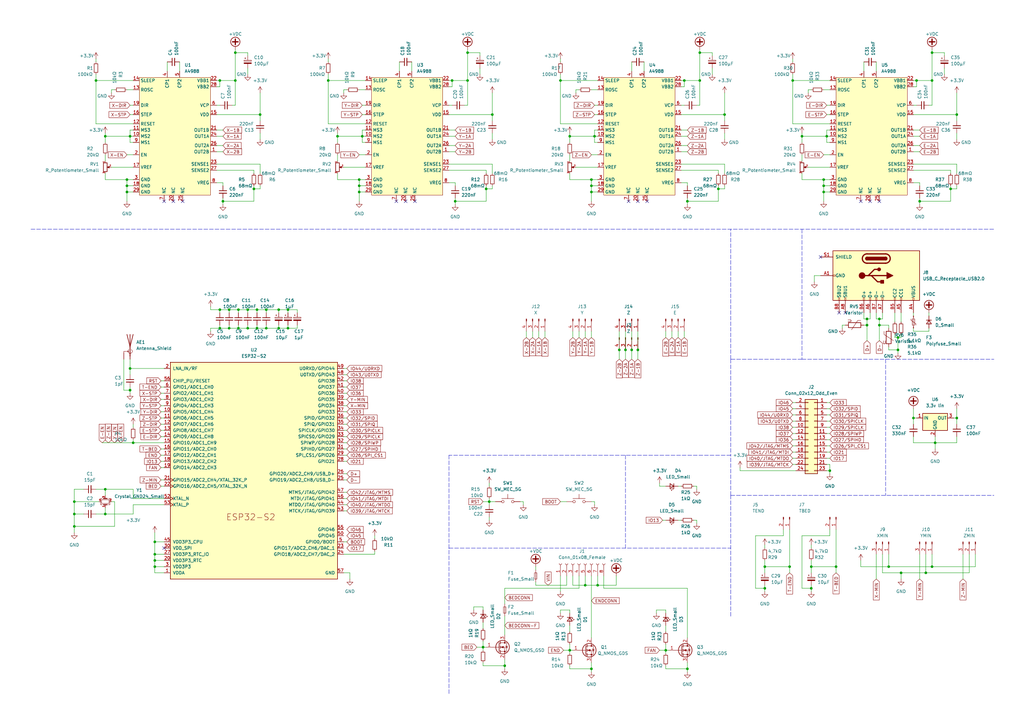
<source format=kicad_sch>
(kicad_sch (version 20211123) (generator eeschema)
  (paper "A3")
  (title_block (title "Micrombo32"))
  (junction (at 325.12 33.02))
  (junction (at 148.59 55.88))
  (junction (at 340.36 193.04))
  (junction (at 382.27 21.59))
  (junction (at 30.48 210.82))
  (junction (at 138.43 55.88))
  (junction (at 109.22 127))
  (junction (at 242.57 73.66))
  (junction (at 118.11 134.62))
  (junction (at 43.18 200.66))
  (junction (at 355.6 130.81))
  (junction (at 53.34 55.88))
  (junction (at 355.6 133.35))
  (junction (at 207.01 273.05))
  (junction (at 90.17 127))
  (junction (at 280.67 33.02))
  (junction (at 93.98 134.62))
  (junction (at 254 143.51))
  (junction (at 392.43 46.99))
  (junction (at 332.74 241.3))
  (junction (at 364.49 232.41))
  (junction (at 379.73 234.95))
  (junction (at 392.43 171.45))
  (junction (at 242.57 274.32))
  (junction (at 52.07 76.2))
  (junction (at 63.5 227.33))
  (junction (at 186.69 82.55))
  (junction (at 313.69 241.3))
  (junction (at 261.62 143.51))
  (junction (at 313.69 232.41))
  (junction (at 101.6 134.62))
  (junction (at 134.62 33.02))
  (junction (at 30.48 215.9))
  (junction (at 259.08 143.51))
  (junction (at 287.02 33.02))
  (junction (at 245.11 240.03))
  (junction (at 281.94 274.32))
  (junction (at 118.11 127))
  (junction (at 201.93 46.99))
  (junction (at 389.89 77.47))
  (junction (at 368.3 143.51))
  (junction (at 39.37 33.02))
  (junction (at 109.22 134.62))
  (junction (at 374.65 171.45))
  (junction (at 191.77 21.59))
  (junction (at 377.19 82.55))
  (junction (at 337.82 78.74))
  (junction (at 281.94 82.55))
  (junction (at 96.52 21.59))
  (junction (at 30.48 205.74))
  (junction (at 96.52 33.02))
  (junction (at 337.82 73.66))
  (junction (at 97.79 134.62))
  (junction (at 106.68 46.99))
  (junction (at 240.03 240.03))
  (junction (at 185.42 33.02))
  (junction (at 294.64 77.47))
  (junction (at 52.07 78.74))
  (junction (at 256.54 143.51))
  (junction (at 383.54 181.61))
  (junction (at 114.3 127))
  (junction (at 63.5 229.87))
  (junction (at 147.32 78.74))
  (junction (at 242.57 76.2))
  (junction (at 52.07 73.66))
  (junction (at 360.68 130.81))
  (junction (at 328.93 55.88))
  (junction (at 198.12 265.43))
  (junction (at 43.18 210.82))
  (junction (at 368.3 138.43))
  (junction (at 323.85 232.41))
  (junction (at 93.98 127))
  (junction (at 273.05 266.7))
  (junction (at 105.41 134.62))
  (junction (at 53.34 151.13))
  (junction (at 199.39 77.47))
  (junction (at 382.27 232.41))
  (junction (at 342.9 232.41))
  (junction (at 90.17 134.62))
  (junction (at 105.41 127))
  (junction (at 360.68 133.35))
  (junction (at 101.6 127))
  (junction (at 233.68 266.7))
  (junction (at 53.34 160.02))
  (junction (at 375.92 33.02))
  (junction (at 229.87 33.02))
  (junction (at 297.18 46.99))
  (junction (at 104.14 77.47))
  (junction (at 243.84 55.88))
  (junction (at 63.5 232.41))
  (junction (at 63.5 222.25))
  (junction (at 147.32 76.2))
  (junction (at 382.27 33.02))
  (junction (at 242.57 78.74))
  (junction (at 114.3 134.62))
  (junction (at 332.74 232.41))
  (junction (at 147.32 73.66))
  (junction (at 90.17 33.02))
  (junction (at 369.57 234.95))
  (junction (at 339.09 55.88))
  (junction (at 54.61 181.61))
  (junction (at 91.44 82.55))
  (junction (at 287.02 21.59))
  (junction (at 200.66 205.74))
  (junction (at 233.68 55.88))
  (junction (at 97.79 127))
  (junction (at 191.77 33.02))
  (junction (at 43.18 55.88))
  (junction (at 337.82 76.2))
  (no_connect (at 166.37 82.55))
  (no_connect (at 261.62 82.55))
  (no_connect (at 162.56 82.55))
  (no_connect (at 257.81 82.55))
  (no_connect (at 67.31 224.79))
  (no_connect (at 356.87 82.55))
  (no_connect (at 265.43 82.55))
  (no_connect (at 170.18 82.55))
  (no_connect (at 336.55 105.41))
  (no_connect (at 353.06 82.55))
  (no_connect (at 74.93 82.55))
  (no_connect (at 71.12 82.55))
  (no_connect (at 67.31 82.55))
  (no_connect (at 360.68 82.55))
  (no_connect (at 346.71 128.27))
  (no_connect (at 344.17 128.27))
  (wire (pts (xy 196.85 21.59) (xy 191.77 21.59)))
  (wire (pts (xy 207.01 241.3) (xy 207.01 247.65)))
  (wire (pts (xy 147.32 78.74) (xy 147.32 82.55)))
  (wire (pts (xy 96.52 20.32) (xy 96.52 21.59)))
  (wire (pts (xy 337.82 63.5) (xy 340.36 63.5)))
  (wire (pts (xy 387.35 22.86) (xy 387.35 21.59)))
  (wire (pts (xy 242.57 274.32) (xy 242.57 275.59)))
  (wire (pts (xy 237.49 241.3) (xy 237.49 236.22)))
  (wire (pts (xy 105.41 127) (xy 101.6 127)))
  (wire (pts (xy 280.67 33.02) (xy 287.02 33.02)))
  (wire (pts (xy 275.59 135.89) (xy 275.59 138.43)))
  (wire (pts (xy 325.12 180.34) (xy 326.39 180.34)))
  (wire (pts (xy 321.31 219.71) (xy 309.88 219.71)))
  (wire (pts (xy 297.18 71.12) (xy 297.18 67.31)))
  (wire (pts (xy 138.43 73.66) (xy 147.32 73.66)))
  (wire (pts (xy 233.68 55.88) (xy 243.84 55.88)))
  (wire (pts (xy 245.11 53.34) (xy 243.84 53.34)))
  (wire (pts (xy 138.43 55.88) (xy 138.43 58.42)))
  (wire (pts (xy 292.1 22.86) (xy 292.1 21.59)))
  (wire (pts (xy 67.31 234.95) (xy 63.5 234.95)))
  (wire (pts (xy 259.08 135.89) (xy 259.08 143.51)))
  (polyline (pts (xy 363.22 147.32) (xy 363.22 203.2)))
  (wire (pts (xy 328.93 219.71) (xy 328.93 241.3)))
  (wire (pts (xy 242.57 135.89) (xy 242.57 138.43)))
  (wire (pts (xy 328.93 55.88) (xy 339.09 55.88)))
  (wire (pts (xy 233.68 54.61) (xy 233.68 55.88)))
  (wire (pts (xy 88.9 33.02) (xy 90.17 33.02)))
  (wire (pts (xy 140.97 194.31) (xy 142.24 194.31)))
  (wire (pts (xy 360.68 130.81) (xy 360.68 133.35)))
  (wire (pts (xy 63.5 227.33) (xy 63.5 222.25)))
  (wire (pts (xy 382.27 20.32) (xy 382.27 21.59)))
  (wire (pts (xy 101.6 27.94) (xy 101.6 30.48)))
  (wire (pts (xy 86.36 127) (xy 90.17 127)))
  (wire (pts (xy 200.66 198.12) (xy 200.66 199.39)))
  (wire (pts (xy 325.12 175.26) (xy 326.39 175.26)))
  (wire (pts (xy 106.68 67.31) (xy 88.9 67.31)))
  (wire (pts (xy 66.04 161.29) (xy 67.31 161.29)))
  (wire (pts (xy 218.44 135.89) (xy 218.44 138.43)))
  (wire (pts (xy 186.69 81.28) (xy 186.69 82.55)))
  (wire (pts (xy 91.44 81.28) (xy 91.44 82.55)))
  (wire (pts (xy 339.09 170.18) (xy 340.36 170.18)))
  (wire (pts (xy 364.49 133.35) (xy 360.68 133.35)))
  (wire (pts (xy 140.97 186.69) (xy 142.24 186.69)))
  (wire (pts (xy 198.12 266.7) (xy 198.12 265.43)))
  (wire (pts (xy 273.05 250.19) (xy 273.05 251.46)))
  (wire (pts (xy 233.68 266.7) (xy 234.95 266.7)))
  (wire (pts (xy 229.87 30.48) (xy 229.87 33.02)))
  (wire (pts (xy 97.79 133.35) (xy 97.79 134.62)))
  (wire (pts (xy 397.51 234.95) (xy 379.73 234.95)))
  (wire (pts (xy 382.27 232.41) (xy 364.49 232.41)))
  (wire (pts (xy 392.43 76.2) (xy 392.43 77.47)))
  (wire (pts (xy 369.57 234.95) (xy 361.95 234.95)))
  (wire (pts (xy 303.53 191.77) (xy 303.53 193.04)))
  (wire (pts (xy 325.12 50.8) (xy 325.12 33.02)))
  (wire (pts (xy 229.87 33.02) (xy 245.11 33.02)))
  (wire (pts (xy 242.57 78.74) (xy 242.57 82.55)))
  (wire (pts (xy 389.89 77.47) (xy 389.89 76.2)))
  (wire (pts (xy 39.37 210.82) (xy 43.18 210.82)))
  (wire (pts (xy 140.97 196.85) (xy 142.24 196.85)))
  (wire (pts (xy 229.87 50.8) (xy 229.87 33.02)))
  (wire (pts (xy 339.09 187.96) (xy 340.36 187.96)))
  (wire (pts (xy 54.61 53.34) (xy 53.34 53.34)))
  (wire (pts (xy 43.18 55.88) (xy 43.18 58.42)))
  (wire (pts (xy 342.9 234.95) (xy 342.9 232.41)))
  (wire (pts (xy 259.08 143.51) (xy 259.08 147.32)))
  (wire (pts (xy 339.09 175.26) (xy 340.36 175.26)))
  (wire (pts (xy 229.87 24.13) (xy 229.87 25.4)))
  (wire (pts (xy 45.72 36.83) (xy 46.99 36.83)))
  (wire (pts (xy 104.14 69.85) (xy 104.14 71.12)))
  (wire (pts (xy 66.04 196.85) (xy 67.31 196.85)))
  (wire (pts (xy 279.4 59.69) (xy 281.94 59.69)))
  (wire (pts (xy 118.11 133.35) (xy 118.11 134.62)))
  (wire (pts (xy 140.97 38.1) (xy 140.97 36.83)))
  (wire (pts (xy 43.18 73.66) (xy 52.07 73.66)))
  (wire (pts (xy 30.48 205.74) (xy 40.64 205.74)))
  (wire (pts (xy 134.62 33.02) (xy 149.86 33.02)))
  (wire (pts (xy 140.97 179.07) (xy 142.24 179.07)))
  (wire (pts (xy 342.9 217.17) (xy 342.9 232.41)))
  (wire (pts (xy 148.59 43.18) (xy 149.86 43.18)))
  (wire (pts (xy 147.32 63.5) (xy 149.86 63.5)))
  (wire (pts (xy 138.43 71.12) (xy 138.43 73.66)))
  (wire (pts (xy 369.57 128.27) (xy 369.57 132.08)))
  (wire (pts (xy 43.18 200.66) (xy 54.61 200.66)))
  (wire (pts (xy 140.97 204.47) (xy 142.24 204.47)))
  (wire (pts (xy 332.74 240.03) (xy 332.74 241.3)))
  (polyline (pts (xy 299.72 203.2) (xy 299.72 186.69)))
  (wire (pts (xy 66.04 173.99) (xy 67.31 173.99)))
  (wire (pts (xy 233.68 55.88) (xy 233.68 58.42)))
  (wire (pts (xy 279.4 55.88) (xy 281.94 55.88)))
  (wire (pts (xy 377.19 74.93) (xy 377.19 76.2)))
  (wire (pts (xy 88.9 35.56) (xy 90.17 35.56)))
  (wire (pts (xy 233.68 274.32) (xy 242.57 274.32)))
  (wire (pts (xy 88.9 69.85) (xy 104.14 69.85)))
  (wire (pts (xy 236.22 36.83) (xy 237.49 36.83)))
  (wire (pts (xy 313.69 241.3) (xy 313.69 242.57)))
  (wire (pts (xy 353.06 229.87) (xy 353.06 232.41)))
  (wire (pts (xy 243.84 205.74) (xy 242.57 205.74)))
  (wire (pts (xy 353.06 232.41) (xy 364.49 232.41)))
  (wire (pts (xy 328.93 63.5) (xy 328.93 66.04)))
  (wire (pts (xy 198.12 255.27) (xy 198.12 257.81)))
  (wire (pts (xy 400.05 232.41) (xy 382.27 232.41)))
  (wire (pts (xy 86.36 125.73) (xy 86.36 127)))
  (wire (pts (xy 328.93 55.88) (xy 328.93 58.42)))
  (wire (pts (xy 356.87 130.81) (xy 355.6 130.81)))
  (wire (pts (xy 149.86 58.42) (xy 148.59 58.42)))
  (wire (pts (xy 68.58 25.4) (xy 68.58 29.21)))
  (wire (pts (xy 52.07 36.83) (xy 54.61 36.83)))
  (wire (pts (xy 279.4 53.34) (xy 281.94 53.34)))
  (wire (pts (xy 354.33 25.4) (xy 354.33 29.21)))
  (wire (pts (xy 387.35 21.59) (xy 382.27 21.59)))
  (wire (pts (xy 30.48 205.74) (xy 30.48 210.82)))
  (wire (pts (xy 184.15 43.18) (xy 185.42 43.18)))
  (wire (pts (xy 140.97 166.37) (xy 142.24 166.37)))
  (wire (pts (xy 66.04 166.37) (xy 67.31 166.37)))
  (wire (pts (xy 340.36 53.34) (xy 339.09 53.34)))
  (wire (pts (xy 201.93 54.61) (xy 201.93 57.15)))
  (wire (pts (xy 234.95 236.22) (xy 234.95 240.03)))
  (wire (pts (xy 339.09 53.34) (xy 339.09 55.88)))
  (wire (pts (xy 294.64 77.47) (xy 294.64 76.2)))
  (wire (pts (xy 383.54 181.61) (xy 383.54 184.15)))
  (wire (pts (xy 325.12 170.18) (xy 326.39 170.18)))
  (wire (pts (xy 198.12 271.78) (xy 198.12 273.05)))
  (wire (pts (xy 88.9 53.34) (xy 91.44 53.34)))
  (wire (pts (xy 359.41 130.81) (xy 360.68 130.81)))
  (wire (pts (xy 191.77 43.18) (xy 190.5 43.18)))
  (wire (pts (xy 66.04 168.91) (xy 67.31 168.91)))
  (wire (pts (xy 229.87 205.74) (xy 232.41 205.74)))
  (wire (pts (xy 168.91 25.4) (xy 168.91 29.21)))
  (wire (pts (xy 281.94 241.3) (xy 247.65 241.3)))
  (wire (pts (xy 148.59 55.88) (xy 149.86 55.88)))
  (wire (pts (xy 369.57 138.43) (xy 368.3 138.43)))
  (wire (pts (xy 88.9 59.69) (xy 91.44 59.69)))
  (wire (pts (xy 229.87 250.19) (xy 233.68 250.19)))
  (wire (pts (xy 45.72 68.58) (xy 54.61 68.58)))
  (wire (pts (xy 186.69 74.93) (xy 186.69 76.2)))
  (wire (pts (xy 101.6 127) (xy 97.79 127)))
  (wire (pts (xy 271.78 213.36) (xy 273.05 213.36)))
  (wire (pts (xy 109.22 133.35) (xy 109.22 134.62)))
  (wire (pts (xy 140.97 68.58) (xy 149.86 68.58)))
  (wire (pts (xy 281.94 274.32) (xy 281.94 275.59)))
  (wire (pts (xy 394.97 227.33) (xy 394.97 237.49)))
  (wire (pts (xy 140.97 181.61) (xy 142.24 181.61)))
  (wire (pts (xy 374.65 173.99) (xy 374.65 171.45)))
  (wire (pts (xy 88.9 46.99) (xy 106.68 46.99)))
  (wire (pts (xy 240.03 240.03) (xy 234.95 240.03)))
  (wire (pts (xy 285.75 214.63) (xy 285.75 213.36)))
  (wire (pts (xy 30.48 210.82) (xy 30.48 215.9)))
  (wire (pts (xy 45.72 38.1) (xy 45.72 36.83)))
  (wire (pts (xy 325.12 187.96) (xy 326.39 187.96)))
  (wire (pts (xy 90.17 33.02) (xy 96.52 33.02)))
  (wire (pts (xy 339.09 182.88) (xy 340.36 182.88)))
  (wire (pts (xy 374.65 33.02) (xy 375.92 33.02)))
  (wire (pts (xy 325.12 30.48) (xy 325.12 33.02)))
  (wire (pts (xy 54.61 180.34) (xy 54.61 181.61)))
  (wire (pts (xy 198.12 262.89) (xy 198.12 265.43)))
  (wire (pts (xy 201.93 71.12) (xy 201.93 67.31)))
  (wire (pts (xy 184.15 53.34) (xy 186.69 53.34)))
  (wire (pts (xy 400.05 227.33) (xy 400.05 232.41)))
  (wire (pts (xy 242.57 73.66) (xy 242.57 76.2)))
  (wire (pts (xy 278.13 213.36) (xy 279.4 213.36)))
  (wire (pts (xy 63.5 232.41) (xy 63.5 229.87)))
  (wire (pts (xy 121.92 128.27) (xy 121.92 127)))
  (wire (pts (xy 313.69 240.03) (xy 313.69 241.3)))
  (wire (pts (xy 45.72 205.74) (xy 46.99 205.74)))
  (wire (pts (xy 242.57 236.22) (xy 242.57 261.62)))
  (wire (pts (xy 104.14 82.55) (xy 104.14 77.47)))
  (wire (pts (xy 148.59 58.42) (xy 148.59 55.88)))
  (wire (pts (xy 328.93 71.12) (xy 328.93 73.66)))
  (wire (pts (xy 374.65 179.07) (xy 374.65 181.61)))
  (wire (pts (xy 259.08 25.4) (xy 259.08 29.21)))
  (wire (pts (xy 234.95 135.89) (xy 234.95 138.43)))
  (polyline (pts (xy 328.93 93.98) (xy 328.93 147.32)))
  (wire (pts (xy 360.68 133.35) (xy 360.68 139.7)))
  (wire (pts (xy 134.62 50.8) (xy 134.62 33.02)))
  (wire (pts (xy 381 135.89) (xy 381 134.62)))
  (wire (pts (xy 43.18 63.5) (xy 43.18 66.04)))
  (wire (pts (xy 279.4 46.99) (xy 297.18 46.99)))
  (wire (pts (xy 247.65 241.3) (xy 247.65 236.22)))
  (wire (pts (xy 52.07 76.2) (xy 54.61 76.2)))
  (wire (pts (xy 52.07 73.66) (xy 52.07 76.2)))
  (wire (pts (xy 339.09 185.42) (xy 340.36 185.42)))
  (wire (pts (xy 281.94 82.55) (xy 281.94 83.82)))
  (wire (pts (xy 199.39 69.85) (xy 199.39 71.12)))
  (wire (pts (xy 245.11 55.88) (xy 243.84 55.88)))
  (wire (pts (xy 140.97 222.25) (xy 142.24 222.25)))
  (wire (pts (xy 43.18 200.66) (xy 43.18 203.2)))
  (wire (pts (xy 66.04 186.69) (xy 67.31 186.69)))
  (wire (pts (xy 106.68 77.47) (xy 104.14 77.47)))
  (wire (pts (xy 278.13 199.39) (xy 279.4 199.39)))
  (wire (pts (xy 278.13 135.89) (xy 278.13 138.43)))
  (wire (pts (xy 368.3 138.43) (xy 367.03 138.43)))
  (wire (pts (xy 233.68 273.05) (xy 233.68 274.32)))
  (wire (pts (xy 201.93 67.31) (xy 184.15 67.31)))
  (wire (pts (xy 392.43 77.47) (xy 389.89 77.47)))
  (wire (pts (xy 114.3 134.62) (xy 109.22 134.62)))
  (wire (pts (xy 233.68 267.97) (xy 233.68 266.7)))
  (wire (pts (xy 303.53 193.04) (xy 326.39 193.04)))
  (wire (pts (xy 279.4 69.85) (xy 294.64 69.85)))
  (wire (pts (xy 63.5 229.87) (xy 67.31 229.87)))
  (wire (pts (xy 325.12 50.8) (xy 340.36 50.8)))
  (wire (pts (xy 52.07 63.5) (xy 54.61 63.5)))
  (wire (pts (xy 392.43 173.99) (xy 392.43 171.45)))
  (wire (pts (xy 39.37 50.8) (xy 54.61 50.8)))
  (wire (pts (xy 355.6 133.35) (xy 355.6 139.7)))
  (wire (pts (xy 379.73 227.33) (xy 379.73 234.95)))
  (wire (pts (xy 147.32 36.83) (xy 149.86 36.83)))
  (wire (pts (xy 328.93 54.61) (xy 328.93 55.88)))
  (wire (pts (xy 53.34 147.32) (xy 53.34 151.13)))
  (wire (pts (xy 279.4 43.18) (xy 280.67 43.18)))
  (wire (pts (xy 392.43 71.12) (xy 392.43 67.31)))
  (wire (pts (xy 153.67 227.33) (xy 153.67 226.06)))
  (wire (pts (xy 245.11 236.22) (xy 245.11 240.03)))
  (wire (pts (xy 292.1 27.94) (xy 292.1 30.48)))
  (wire (pts (xy 97.79 127) (xy 97.79 128.27)))
  (wire (pts (xy 254 135.89) (xy 254 143.51)))
  (wire (pts (xy 90.17 134.62) (xy 86.36 134.62)))
  (wire (pts (xy 236.22 38.1) (xy 236.22 36.83)))
  (wire (pts (xy 354.33 133.35) (xy 355.6 133.35)))
  (wire (pts (xy 340.36 217.17) (xy 340.36 219.71)))
  (wire (pts (xy 66.04 199.39) (xy 67.31 199.39)))
  (wire (pts (xy 199.39 82.55) (xy 199.39 77.47)))
  (wire (pts (xy 323.85 232.41) (xy 313.69 232.41)))
  (wire (pts (xy 240.03 236.22) (xy 240.03 240.03)))
  (wire (pts (xy 243.84 53.34) (xy 243.84 55.88)))
  (wire (pts (xy 109.22 134.62) (xy 105.41 134.62)))
  (wire (pts (xy 219.71 232.41) (xy 219.71 233.68)))
  (wire (pts (xy 191.77 33.02) (xy 191.77 43.18)))
  (wire (pts (xy 194.31 250.19) (xy 194.31 248.92)))
  (wire (pts (xy 201.93 76.2) (xy 201.93 77.47)))
  (wire (pts (xy 233.68 250.19) (xy 233.68 251.46)))
  (wire (pts (xy 297.18 77.47) (xy 294.64 77.47)))
  (wire (pts (xy 186.69 82.55) (xy 186.69 83.82)))
  (wire (pts (xy 374.65 35.56) (xy 375.92 35.56)))
  (wire (pts (xy 285.75 200.66) (xy 285.75 199.39)))
  (wire (pts (xy 53.34 43.18) (xy 54.61 43.18)))
  (wire (pts (xy 392.43 181.61) (xy 383.54 181.61)))
  (wire (pts (xy 261.62 135.89) (xy 261.62 143.51)))
  (wire (pts (xy 50.8 147.32) (xy 50.8 160.02)))
  (wire (pts (xy 138.43 63.5) (xy 138.43 66.04)))
  (wire (pts (xy 140.97 201.93) (xy 142.24 201.93)))
  (wire (pts (xy 392.43 54.61) (xy 392.43 57.15)))
  (polyline (pts (xy 184.15 224.79) (xy 299.72 224.79)))
  (wire (pts (xy 30.48 215.9) (xy 30.48 218.44)))
  (wire (pts (xy 374.65 134.62) (xy 374.65 135.89)))
  (wire (pts (xy 101.6 134.62) (xy 97.79 134.62)))
  (wire (pts (xy 195.58 265.43) (xy 198.12 265.43)))
  (wire (pts (xy 96.52 33.02) (xy 96.52 43.18)))
  (wire (pts (xy 279.4 33.02) (xy 280.67 33.02)))
  (wire (pts (xy 200.66 205.74) (xy 200.66 207.01)))
  (wire (pts (xy 361.95 130.81) (xy 361.95 128.27)))
  (wire (pts (xy 360.68 130.81) (xy 361.95 130.81)))
  (wire (pts (xy 147.32 73.66) (xy 149.86 73.66)))
  (wire (pts (xy 382.27 227.33) (xy 382.27 232.41)))
  (wire (pts (xy 325.12 24.13) (xy 325.12 25.4)))
  (wire (pts (xy 339.09 167.64) (xy 340.36 167.64)))
  (wire (pts (xy 219.71 240.03) (xy 219.71 238.76)))
  (wire (pts (xy 66.04 179.07) (xy 67.31 179.07)))
  (wire (pts (xy 294.64 69.85) (xy 294.64 71.12)))
  (wire (pts (xy 337.82 73.66) (xy 337.82 76.2)))
  (wire (pts (xy 63.5 222.25) (xy 67.31 222.25)))
  (wire (pts (xy 53.34 58.42) (xy 53.34 55.88)))
  (wire (pts (xy 91.44 82.55) (xy 91.44 83.82)))
  (wire (pts (xy 377.19 82.55) (xy 377.19 83.82)))
  (wire (pts (xy 389.89 82.55) (xy 389.89 77.47)))
  (wire (pts (xy 287.02 20.32) (xy 287.02 21.59)))
  (wire (pts (xy 43.18 55.88) (xy 53.34 55.88)))
  (wire (pts (xy 66.04 191.77) (xy 67.31 191.77)))
  (wire (pts (xy 369.57 234.95) (xy 369.57 237.49)))
  (wire (pts (xy 297.18 38.1) (xy 297.18 46.99)))
  (wire (pts (xy 93.98 133.35) (xy 93.98 134.62)))
  (wire (pts (xy 332.74 232.41) (xy 332.74 234.95)))
  (wire (pts (xy 93.98 127) (xy 90.17 127)))
  (wire (pts (xy 147.32 73.66) (xy 147.32 76.2)))
  (wire (pts (xy 121.92 134.62) (xy 118.11 134.62)))
  (wire (pts (xy 256.54 135.89) (xy 256.54 143.51)))
  (wire (pts (xy 106.68 54.61) (xy 106.68 57.15)))
  (wire (pts (xy 313.69 229.87) (xy 313.69 232.41)))
  (wire (pts (xy 134.62 24.13) (xy 134.62 25.4)))
  (wire (pts (xy 273.05 274.32) (xy 281.94 274.32)))
  (polyline (pts (xy 299.72 186.69) (xy 184.15 186.69)))
  (wire (pts (xy 345.44 133.35) (xy 346.71 133.35)))
  (wire (pts (xy 184.15 69.85) (xy 199.39 69.85)))
  (wire (pts (xy 63.5 234.95) (xy 63.5 232.41)))
  (wire (pts (xy 245.11 58.42) (xy 243.84 58.42)))
  (wire (pts (xy 245.11 240.03) (xy 240.03 240.03)))
  (wire (pts (xy 242.57 271.78) (xy 242.57 274.32)))
  (wire (pts (xy 367.03 128.27) (xy 367.03 132.08)))
  (wire (pts (xy 313.69 223.52) (xy 313.69 224.79)))
  (wire (pts (xy 374.65 43.18) (xy 375.92 43.18)))
  (wire (pts (xy 93.98 127) (xy 93.98 128.27)))
  (wire (pts (xy 143.51 234.95) (xy 140.97 234.95)))
  (wire (pts (xy 264.16 25.4) (xy 264.16 29.21)))
  (wire (pts (xy 53.34 53.34) (xy 53.34 55.88)))
  (wire (pts (xy 375.92 33.02) (xy 382.27 33.02)))
  (wire (pts (xy 321.31 217.17) (xy 321.31 219.71)))
  (wire (pts (xy 359.41 128.27) (xy 359.41 130.81)))
  (wire (pts (xy 63.5 232.41) (xy 67.31 232.41)))
  (wire (pts (xy 121.92 133.35) (xy 121.92 134.62)))
  (wire (pts (xy 243.84 58.42) (xy 243.84 55.88)))
  (wire (pts (xy 364.49 143.51) (xy 368.3 143.51)))
  (wire (pts (xy 52.07 76.2) (xy 52.07 78.74)))
  (wire (pts (xy 153.67 219.71) (xy 153.67 220.98)))
  (wire (pts (xy 66.04 171.45) (xy 67.31 171.45)))
  (polyline (pts (xy 299.72 203.2) (xy 407.67 203.2)))
  (wire (pts (xy 374.65 74.93) (xy 377.19 74.93)))
  (wire (pts (xy 194.31 248.92) (xy 198.12 248.92)))
  (wire (pts (xy 377.19 227.33) (xy 377.19 237.49)))
  (wire (pts (xy 297.18 54.61) (xy 297.18 57.15)))
  (wire (pts (xy 219.71 240.03) (xy 232.41 240.03)))
  (wire (pts (xy 389.89 69.85) (xy 389.89 71.12)))
  (wire (pts (xy 66.04 189.23) (xy 67.31 189.23)))
  (wire (pts (xy 297.18 76.2) (xy 297.18 77.47)))
  (wire (pts (xy 279.4 62.23) (xy 281.94 62.23)))
  (wire (pts (xy 367.03 138.43) (xy 367.03 137.16)))
  (wire (pts (xy 184.15 74.93) (xy 186.69 74.93)))
  (wire (pts (xy 66.04 163.83) (xy 67.31 163.83)))
  (wire (pts (xy 140.97 156.21) (xy 142.24 156.21)))
  (wire (pts (xy 54.61 200.66) (xy 54.61 204.47)))
  (wire (pts (xy 140.97 184.15) (xy 142.24 184.15)))
  (wire (pts (xy 309.88 241.3) (xy 313.69 241.3)))
  (wire (pts (xy 34.29 200.66) (xy 30.48 200.66)))
  (wire (pts (xy 364.49 142.24) (xy 364.49 143.51)))
  (wire (pts (xy 392.43 167.64) (xy 392.43 171.45)))
  (wire (pts (xy 332.74 229.87) (xy 332.74 232.41)))
  (wire (pts (xy 54.61 181.61) (xy 67.31 181.61)))
  (polyline (pts (xy 299.72 147.32) (xy 299.72 186.69)))
  (wire (pts (xy 392.43 171.45) (xy 391.16 171.45)))
  (wire (pts (xy 229.87 251.46) (xy 229.87 250.19)))
  (wire (pts (xy 43.18 208.28) (xy 43.18 210.82)))
  (wire (pts (xy 392.43 179.07) (xy 392.43 181.61)))
  (polyline (pts (xy 328.93 147.32) (xy 299.72 147.32)))
  (wire (pts (xy 287.02 33.02) (xy 287.02 43.18)))
  (wire (pts (xy 104.14 77.47) (xy 104.14 76.2)))
  (wire (pts (xy 325.12 165.1) (xy 326.39 165.1)))
  (wire (pts (xy 140.97 161.29) (xy 142.24 161.29)))
  (wire (pts (xy 207.01 273.05) (xy 207.01 274.32)))
  (wire (pts (xy 325.12 33.02) (xy 340.36 33.02)))
  (wire (pts (xy 184.15 55.88) (xy 186.69 55.88)))
  (wire (pts (xy 54.61 173.99) (xy 54.61 175.26)))
  (wire (pts (xy 281.94 81.28) (xy 281.94 82.55)))
  (wire (pts (xy 106.68 46.99) (xy 106.68 49.53)))
  (wire (pts (xy 287.02 21.59) (xy 287.02 33.02)))
  (wire (pts (xy 185.42 35.56) (xy 185.42 33.02)))
  (wire (pts (xy 356.87 128.27) (xy 356.87 130.81)))
  (wire (pts (xy 269.24 250.19) (xy 273.05 250.19)))
  (wire (pts (xy 134.62 30.48) (xy 134.62 33.02)))
  (wire (pts (xy 138.43 55.88) (xy 148.59 55.88)))
  (wire (pts (xy 392.43 38.1) (xy 392.43 46.99)))
  (wire (pts (xy 328.93 73.66) (xy 337.82 73.66)))
  (wire (pts (xy 54.61 207.01) (xy 67.31 207.01)))
  (wire (pts (xy 339.09 190.5) (xy 340.36 190.5)))
  (polyline (pts (xy 12.7 93.98) (xy 407.67 93.98)))
  (wire (pts (xy 340.36 219.71) (xy 328.93 219.71)))
  (wire (pts (xy 337.82 78.74) (xy 337.82 82.55)))
  (wire (pts (xy 196.85 27.94) (xy 196.85 30.48)))
  (wire (pts (xy 382.27 33.02) (xy 382.27 43.18)))
  (wire (pts (xy 114.3 128.27) (xy 114.3 127)))
  (wire (pts (xy 339.09 180.34) (xy 340.36 180.34)))
  (wire (pts (xy 297.18 67.31) (xy 279.4 67.31)))
  (wire (pts (xy 261.62 143.51) (xy 261.62 147.32)))
  (wire (pts (xy 63.5 229.87) (xy 63.5 227.33)))
  (wire (pts (xy 233.68 264.16) (xy 233.68 266.7)))
  (wire (pts (xy 229.87 236.22) (xy 229.87 242.57)))
  (wire (pts (xy 53.34 160.02) (xy 53.34 161.29)))
  (wire (pts (xy 337.82 36.83) (xy 340.36 36.83)))
  (wire (pts (xy 339.09 46.99) (xy 340.36 46.99)))
  (wire (pts (xy 331.47 38.1) (xy 331.47 36.83)))
  (wire (pts (xy 53.34 151.13) (xy 53.34 153.67)))
  (wire (pts (xy 242.57 63.5) (xy 245.11 63.5)))
  (wire (pts (xy 52.07 78.74) (xy 54.61 78.74)))
  (wire (pts (xy 382.27 43.18) (xy 381 43.18)))
  (wire (pts (xy 309.88 219.71) (xy 309.88 241.3)))
  (wire (pts (xy 105.41 133.35) (xy 105.41 134.62)))
  (wire (pts (xy 392.43 67.31) (xy 374.65 67.31)))
  (wire (pts (xy 97.79 127) (xy 93.98 127)))
  (wire (pts (xy 73.66 25.4) (xy 73.66 29.21)))
  (wire (pts (xy 243.84 207.01) (xy 243.84 205.74)))
  (wire (pts (xy 280.67 35.56) (xy 280.67 33.02)))
  (wire (pts (xy 325.12 177.8) (xy 326.39 177.8)))
  (wire (pts (xy 292.1 21.59) (xy 287.02 21.59)))
  (wire (pts (xy 53.34 158.75) (xy 53.34 160.02)))
  (wire (pts (xy 337.82 73.66) (xy 340.36 73.66)))
  (wire (pts (xy 273.05 266.7) (xy 274.32 266.7)))
  (wire (pts (xy 361.95 227.33) (xy 361.95 234.95)))
  (wire (pts (xy 325.12 167.64) (xy 326.39 167.64)))
  (wire (pts (xy 374.65 59.69) (xy 377.19 59.69)))
  (wire (pts (xy 118.11 127) (xy 114.3 127)))
  (wire (pts (xy 383.54 181.61) (xy 383.54 179.07)))
  (wire (pts (xy 374.65 53.34) (xy 377.19 53.34)))
  (wire (pts (xy 140.97 171.45) (xy 142.24 171.45)))
  (wire (pts (xy 106.68 76.2) (xy 106.68 77.47)))
  (wire (pts (xy 101.6 21.59) (xy 96.52 21.59)))
  (wire (pts (xy 148.59 46.99) (xy 149.86 46.99)))
  (wire (pts (xy 101.6 133.35) (xy 101.6 134.62)))
  (wire (pts (xy 231.14 266.7) (xy 233.68 266.7)))
  (wire (pts (xy 215.9 135.89) (xy 215.9 138.43)))
  (wire (pts (xy 66.04 158.75) (xy 67.31 158.75)))
  (wire (pts (xy 281.94 74.93) (xy 281.94 76.2)))
  (wire (pts (xy 325.12 190.5) (xy 326.39 190.5)))
  (wire (pts (xy 143.51 237.49) (xy 143.51 234.95)))
  (wire (pts (xy 382.27 21.59) (xy 382.27 33.02)))
  (wire (pts (xy 323.85 217.17) (xy 323.85 232.41)))
  (wire (pts (xy 198.12 248.92) (xy 198.12 250.19)))
  (wire (pts (xy 243.84 46.99) (xy 245.11 46.99)))
  (wire (pts (xy 340.36 194.31) (xy 340.36 193.04)))
  (wire (pts (xy 86.36 134.62) (xy 86.36 135.89)))
  (wire (pts (xy 134.62 50.8) (xy 149.86 50.8)))
  (wire (pts (xy 374.65 128.27) (xy 374.65 129.54)))
  (wire (pts (xy 340.36 190.5) (xy 340.36 193.04)))
  (wire (pts (xy 196.85 22.86) (xy 196.85 21.59)))
  (wire (pts (xy 200.66 212.09) (xy 200.66 213.36)))
  (wire (pts (xy 368.3 144.78) (xy 368.3 143.51)))
  (wire (pts (xy 30.48 200.66) (xy 30.48 205.74)))
  (wire (pts (xy 97.79 134.62) (xy 93.98 134.62)))
  (wire (pts (xy 50.8 160.02) (xy 53.34 160.02)))
  (wire (pts (xy 377.19 81.28) (xy 377.19 82.55)))
  (wire (pts (xy 91.44 74.93) (xy 91.44 76.2)))
  (wire (pts (xy 223.52 135.89) (xy 223.52 138.43)))
  (wire (pts (xy 287.02 43.18) (xy 285.75 43.18)))
  (polyline (pts (xy 299.72 252.73) (xy 299.72 203.2)))
  (wire (pts (xy 273.05 273.05) (xy 273.05 274.32)))
  (wire (pts (xy 90.17 127) (xy 90.17 128.27)))
  (wire (pts (xy 331.47 68.58) (xy 340.36 68.58)))
  (wire (pts (xy 147.32 78.74) (xy 149.86 78.74)))
  (wire (pts (xy 53.34 46.99) (xy 54.61 46.99)))
  (wire (pts (xy 281.94 271.78) (xy 281.94 274.32)))
  (wire (pts (xy 88.9 43.18) (xy 90.17 43.18)))
  (wire (pts (xy 118.11 128.27) (xy 118.11 127)))
  (wire (pts (xy 198.12 265.43) (xy 199.39 265.43)))
  (wire (pts (xy 93.98 134.62) (xy 90.17 134.62)))
  (wire (pts (xy 91.44 82.55) (xy 104.14 82.55)))
  (wire (pts (xy 140.97 163.83) (xy 142.24 163.83)))
  (wire (pts (xy 252.73 240.03) (xy 245.11 240.03)))
  (wire (pts (xy 374.65 55.88) (xy 377.19 55.88)))
  (wire (pts (xy 46.99 215.9) (xy 30.48 215.9)))
  (wire (pts (xy 200.66 205.74) (xy 203.2 205.74)))
  (wire (pts (xy 332.74 241.3) (xy 332.74 242.57)))
  (wire (pts (xy 243.84 43.18) (xy 245.11 43.18)))
  (wire (pts (xy 252.73 236.22) (xy 252.73 240.03)))
  (wire (pts (xy 140.97 168.91) (xy 142.24 168.91)))
  (wire (pts (xy 355.6 130.81) (xy 355.6 133.35)))
  (wire (pts (xy 374.65 171.45) (xy 375.92 171.45)))
  (wire (pts (xy 63.5 222.25) (xy 63.5 218.44)))
  (wire (pts (xy 41.91 181.61) (xy 54.61 181.61)))
  (wire (pts (xy 43.18 54.61) (xy 43.18 55.88)))
  (wire (pts (xy 270.51 266.7) (xy 273.05 266.7)))
  (wire (pts (xy 355.6 130.81) (xy 354.33 130.81)))
  (wire (pts (xy 186.69 82.55) (xy 199.39 82.55)))
  (wire (pts (xy 345.44 134.62) (xy 345.44 133.35)))
  (wire (pts (xy 334.01 115.57) (xy 334.01 113.03)))
  (wire (pts (xy 46.99 205.74) (xy 46.99 215.9)))
  (wire (pts (xy 207.01 241.3) (xy 237.49 241.3)))
  (wire (pts (xy 337.82 76.2) (xy 340.36 76.2)))
  (wire (pts (xy 88.9 62.23) (xy 91.44 62.23)))
  (wire (pts (xy 114.3 127) (xy 109.22 127)))
  (wire (pts (xy 374.65 46.99) (xy 392.43 46.99)))
  (wire (pts (xy 342.9 232.41) (xy 332.74 232.41)))
  (wire (pts (xy 184.15 35.56) (xy 185.42 35.56)))
  (wire (pts (xy 256.54 143.51) (xy 256.54 147.32)))
  (wire (pts (xy 374.65 135.89) (xy 381 135.89)))
  (wire (pts (xy 279.4 35.56) (xy 280.67 35.56)))
  (wire (pts (xy 118.11 134.62) (xy 114.3 134.62)))
  (wire (pts (xy 332.74 223.52) (xy 332.74 224.79)))
  (wire (pts (xy 184.15 62.23) (xy 186.69 62.23)))
  (wire (pts (xy 340.36 58.42) (xy 339.09 58.42)))
  (wire (pts (xy 106.68 71.12) (xy 106.68 67.31)))
  (wire (pts (xy 339.09 43.18) (xy 340.36 43.18)))
  (wire (pts (xy 328.93 241.3) (xy 332.74 241.3)))
  (wire (pts (xy 54.61 204.47) (xy 67.31 204.47)))
  (wire (pts (xy 281.94 82.55) (xy 294.64 82.55)))
  (wire (pts (xy 54.61 210.82) (xy 54.61 207.01)))
  (wire (pts (xy 39.37 24.13) (xy 39.37 25.4)))
  (wire (pts (xy 140.97 153.67) (xy 142.24 153.67)))
  (wire (pts (xy 334.01 113.03) (xy 336.55 113.03)))
  (wire (pts (xy 30.48 210.82) (xy 34.29 210.82)))
  (wire (pts (xy 233.68 73.66) (xy 242.57 73.66)))
  (wire (pts (xy 199.39 77.47) (xy 199.39 76.2)))
  (wire (pts (xy 273.05 264.16) (xy 273.05 266.7)))
  (wire (pts (xy 281.94 241.3) (xy 281.94 261.62)))
  (wire (pts (xy 184.15 46.99) (xy 201.93 46.99)))
  (wire (pts (xy 149.86 53.34) (xy 148.59 53.34)))
  (wire (pts (xy 374.65 62.23) (xy 377.19 62.23)))
  (wire (pts (xy 140.97 176.53) (xy 142.24 176.53)))
  (wire (pts (xy 337.82 76.2) (xy 337.82 78.74)))
  (wire (pts (xy 379.73 234.95) (xy 369.57 234.95)))
  (wire (pts (xy 273.05 256.54) (xy 273.05 259.08)))
  (wire (pts (xy 270.51 199.39) (xy 273.05 199.39)))
  (wire (pts (xy 214.63 205.74) (xy 213.36 205.74)))
  (wire (pts (xy 109.22 127) (xy 105.41 127)))
  (wire (pts (xy 339.09 177.8) (xy 340.36 177.8)))
  (wire (pts (xy 279.4 74.93) (xy 281.94 74.93)))
  (wire (pts (xy 214.63 207.01) (xy 214.63 205.74)))
  (wire (pts (xy 323.85 234.95) (xy 323.85 232.41)))
  (wire (pts (xy 229.87 50.8) (xy 245.11 50.8)))
  (wire (pts (xy 359.41 25.4) (xy 359.41 29.21)))
  (wire (pts (xy 387.35 27.94) (xy 387.35 30.48)))
  (wire (pts (xy 273.05 135.89) (xy 273.05 138.43)))
  (wire (pts (xy 140.97 36.83) (xy 142.24 36.83)))
  (wire (pts (xy 106.68 38.1) (xy 106.68 46.99)))
  (wire (pts (xy 374.65 69.85) (xy 389.89 69.85)))
  (wire (pts (xy 359.41 227.33) (xy 359.41 237.49)))
  (wire (pts (xy 397.51 227.33) (xy 397.51 234.95)))
  (wire (pts (xy 340.36 193.04) (xy 339.09 193.04)))
  (wire (pts (xy 147.32 76.2) (xy 149.86 76.2)))
  (wire (pts (xy 374.65 167.64) (xy 374.65 171.45)))
  (wire (pts (xy 163.83 25.4) (xy 163.83 29.21)))
  (wire (pts (xy 90.17 134.62) (xy 90.17 133.35)))
  (wire (pts (xy 339.09 172.72) (xy 340.36 172.72)))
  (wire (pts (xy 233.68 71.12) (xy 233.68 73.66)))
  (wire (pts (xy 148.59 53.34) (xy 148.59 55.88)))
  (wire (pts (xy 39.37 30.48) (xy 39.37 33.02)))
  (wire (pts (xy 201.93 77.47) (xy 199.39 77.47)))
  (wire (pts (xy 240.03 135.89) (xy 240.03 138.43)))
  (wire (pts (xy 270.51 198.12) (xy 270.51 199.39)))
  (wire (pts (xy 88.9 74.93) (xy 91.44 74.93)))
  (wire (pts (xy 90.17 35.56) (xy 90.17 33.02)))
  (wire (pts (xy 140.97 189.23) (xy 142.24 189.23)))
  (wire (pts (xy 381 129.54) (xy 381 128.27)))
  (wire (pts (xy 138.43 54.61) (xy 138.43 55.88)))
  (wire (pts (xy 200.66 204.47) (xy 200.66 205.74)))
  (wire (pts (xy 39.37 200.66) (xy 43.18 200.66)))
  (wire (pts (xy 198.12 205.74) (xy 200.66 205.74)))
  (wire (pts (xy 147.32 76.2) (xy 147.32 78.74)))
  (wire (pts (xy 207.01 270.51) (xy 207.01 273.05)))
  (wire (pts (xy 233.68 63.5) (xy 233.68 66.04)))
  (polyline (pts (xy 328.93 147.32) (xy 407.67 147.32)))
  (wire (pts (xy 185.42 33.02) (xy 191.77 33.02)))
  (wire (pts (xy 66.04 176.53) (xy 67.31 176.53)))
  (wire (pts (xy 43.18 71.12) (xy 43.18 73.66)))
  (wire (pts (xy 140.97 151.13) (xy 142.24 151.13)))
  (wire (pts (xy 254 143.51) (xy 254 147.32)))
  (wire (pts (xy 294.64 82.55) (xy 294.64 77.47)))
  (wire (pts (xy 220.98 135.89) (xy 220.98 138.43)))
  (wire (pts (xy 52.07 78.74) (xy 52.07 82.55)))
  (wire (pts (xy 198.12 273.05) (xy 207.01 273.05)))
  (wire (pts (xy 39.37 50.8) (xy 39.37 33.02)))
  (wire (pts (xy 269.24 251.46) (xy 269.24 250.19)))
  (wire (pts (xy 201.93 46.99) (xy 201.93 49.53)))
  (wire (pts (xy 53.34 151.13) (xy 67.31 151.13)))
  (wire (pts (xy 313.69 232.41) (xy 313.69 234.95)))
  (wire (pts (xy 114.3 133.35) (xy 114.3 134.62)))
  (polyline (pts (xy 299.72 147.32) (xy 299.72 93.98)))
  (wire (pts (xy 184.15 33.02) (xy 185.42 33.02)))
  (wire (pts (xy 233.68 256.54) (xy 233.68 259.08)))
  (wire (pts (xy 297.18 46.99) (xy 297.18 49.53)))
  (wire (pts (xy 325.12 185.42) (xy 326.39 185.42)))
  (wire (pts (xy 105.41 127) (xy 105.41 128.27)))
  (wire (pts (xy 280.67 135.89) (xy 280.67 138.43)))
  (polyline (pts (xy 184.15 186.69) (xy 184.15 224.79)))
  (wire (pts (xy 232.41 240.03) (xy 232.41 236.22)))
  (wire (pts (xy 337.82 78.74) (xy 340.36 78.74)))
  (wire (pts (xy 236.22 68.58) (xy 245.11 68.58)))
  (wire (pts (xy 54.61 58.42) (xy 53.34 58.42)))
  (wire (pts (xy 285.75 199.39) (xy 284.48 199.39)))
  (wire (pts (xy 88.9 55.88) (xy 91.44 55.88)))
  (wire (pts (xy 109.22 128.27) (xy 109.22 127)))
  (wire (pts (xy 237.49 135.89) (xy 237.49 138.43)))
  (wire (pts (xy 368.3 138.43) (xy 368.3 143.51)))
  (wire (pts (xy 184.15 59.69) (xy 186.69 59.69)))
  (wire (pts (xy 140.97 173.99) (xy 142.24 173.99)))
  (wire (pts (xy 364.49 134.62) (xy 364.49 133.35)))
  (wire (pts (xy 285.75 213.36) (xy 284.48 213.36)))
  (wire (pts (xy 325.12 182.88) (xy 326.39 182.88)))
  (wire (pts (xy 354.33 130.81) (xy 354.33 128.27)))
  (wire (pts (xy 331.47 36.83) (xy 332.74 36.83)))
  (wire (pts (xy 96.52 21.59) (xy 96.52 33.02)))
  (wire (pts (xy 242.57 78.74) (xy 245.11 78.74)))
  (wire (pts (xy 66.04 156.21) (xy 67.31 156.21)))
  (wire (pts (xy 242.57 73.66) (xy 245.11 73.66)))
  (wire (pts (xy 207.01 252.73) (xy 207.01 260.35)))
  (wire (pts (xy 339.09 58.42) (xy 339.09 55.88)))
  (wire (pts (xy 369.57 137.16) (xy 369.57 138.43)))
  (wire (pts (xy 52.07 73.66) (xy 54.61 73.66)))
  (wire (pts (xy 140.97 207.01) (xy 142.24 207.01)))
  (wire (pts (xy 63.5 227.33) (xy 67.31 227.33)))
  (wire (pts (xy 140.97 209.55) (xy 142.24 209.55)))
  (wire (pts (xy 377.19 82.55) (xy 389.89 82.55)))
  (wire (pts (xy 339.09 165.1) (xy 340.36 165.1)))
  (wire (pts (xy 242.57 76.2) (xy 245.11 76.2)))
  (wire (pts (xy 43.18 210.82) (xy 54.61 210.82)))
  (wire (pts (xy 191.77 21.59) (xy 191.77 33.02)))
  (wire (pts (xy 101.6 127) (xy 101.6 128.27)))
  (wire (pts (xy 140.97 227.33) (xy 153.67 227.33)))
  (wire (pts (xy 374.65 181.61) (xy 383.54 181.61)))
  (wire (pts (xy 242.57 76.2) (xy 242.57 78.74)))
  (wire (pts (xy 39.37 33.02) (xy 54.61 33.02)))
  (wire (pts (xy 140.97 158.75) (xy 142.24 158.75)))
  (wire (pts (xy 66.04 184.15) (xy 67.31 184.15)))
  (wire (pts (xy 101.6 22.86) (xy 101.6 21.59)))
  (wire (pts (xy 273.05 267.97) (xy 273.05 266.7)))
  (wire (pts (xy 392.43 46.99) (xy 392.43 49.53)))
  (wire (pts (xy 325.12 172.72) (xy 326.39 172.72)))
  (polyline (pts (xy 184.15 284.48) (xy 184.15 224.79)))
  (wire (pts (xy 364.49 232.41) (xy 364.49 227.33)))
  (wire (pts (xy 242.57 36.83) (xy 245.11 36.83)))
  (wire (pts (xy 105.41 134.62) (xy 101.6 134.62)))
  (wire (pts (xy 201.93 38.1) (xy 201.93 46.99)))
  (wire (pts (xy 96.52 43.18) (xy 95.25 43.18)))
  (wire (pts (xy 191.77 20.32) (xy 191.77 21.59)))
  (wire (pts (xy 121.92 127) (xy 118.11 127)))
  (wire (pts (xy 339.09 55.88) (xy 340.36 55.88)))
  (wire (pts (xy 375.92 35.56) (xy 375.92 33.02)))
  (wire (pts (xy 53.34 55.88) (xy 54.61 55.88)))
  (polyline (pts (xy 256.54 186.69) (xy 256.54 224.79)))
  (global_label "X-1A" (shape input) (at 220.98 138.43 270) (property "Intersheet References" "${INTERSHEET_REFS}" (effects hide)))
  (global_label "FAN" (shape input) (at 270.51 266.7 180) (property "Intersheet References" "${INTERSHEET_REFS}" (effects hide)))
  (global_label "Y-DIR" (shape input) (at 148.59 43.18 180) (property "Intersheet References" "${INTERSHEET_REFS}" (effects hide)))
  (global_label "IO46" (shape input) (at 325.12 165.1 180) (property "Intersheet References" "${INTERSHEET_REFS}" (effects hide)))
  (global_label "E-STP" (shape input) (at 66.04 176.53 180) (property "Intersheet References" "${INTERSHEET_REFS}" (effects hide)))
  (global_label "FAN" (shape input) (at 66.04 191.77 180) (property "Intersheet References" "${INTERSHEET_REFS}" (effects hide)))
  (global_label "E-EN" (shape input) (at 41.91 181.61 90) (property "Intersheet References" "${INTERSHEET_REFS}" (effects hide)))
  (global_label "IO32{slash}SPID" (shape input) (at 142.24 171.45 0) (property "Intersheet References" "${INTERSHEET_REFS}" (effects hide)))
  (global_label "Y-1B" (shape input) (at 186.69 53.34 0) (property "Intersheet References" "${INTERSHEET_REFS}" (effects hide)))
  (global_label "IO28{slash}SPIWP" (shape input) (at 340.36 177.8 0) (property "Intersheet References" "${INTERSHEET_REFS}" (effects hide)))
  (global_label "D-" (shape input) (at 360.68 139.7 270) (property "Intersheet References" "${INTERSHEET_REFS}" (effects hide)))
  (global_label "E-2B" (shape input) (at 377.19 62.23 0) (property "Intersheet References" "${INTERSHEET_REFS}" (effects hide)))
  (global_label "IO41{slash}JTAG{slash}MTDI" (shape input) (at 325.12 185.42 180) (property "Intersheet References" "${INTERSHEET_REFS}" (effects hide)))
  (global_label "IO33" (shape input) (at 340.36 165.1 0) (property "Intersheet References" "${INTERSHEET_REFS}" (effects hide)))
  (global_label "IO29{slash}SPICLK" (shape input) (at 340.36 175.26 0) (property "Intersheet References" "${INTERSHEET_REFS}" (effects hide)))
  (global_label "IO32{slash}SPID" (shape input) (at 340.36 167.64 0) (property "Intersheet References" "${INTERSHEET_REFS}" (effects hide)))
  (global_label "Z-1A" (shape input) (at 281.94 55.88 0) (property "Intersheet References" "${INTERSHEET_REFS}" (effects hide)))
  (global_label "BOOT" (shape input) (at 229.87 205.74 180) (property "Intersheet References" "${INTERSHEET_REFS}" (effects hide)))
  (global_label "Z-STP" (shape input) (at 66.04 171.45 180) (property "Intersheet References" "${INTERSHEET_REFS}" (effects hide)))
  (global_label "X-STP" (shape input) (at 53.34 46.99 180) (property "Intersheet References" "${INTERSHEET_REFS}" (effects hide)))
  (global_label "X-1A" (shape input) (at 91.44 55.88 0) (property "Intersheet References" "${INTERSHEET_REFS}" (effects hide)))
  (global_label "E-2A" (shape input) (at 275.59 138.43 270) (property "Intersheet References" "${INTERSHEET_REFS}" (effects hide)))
  (global_label "X-DIR" (shape input) (at 66.04 163.83 180) (property "Intersheet References" "${INTERSHEET_REFS}" (effects hide)))
  (global_label "X-STP" (shape input) (at 66.04 161.29 180) (property "Intersheet References" "${INTERSHEET_REFS}" (effects hide)))
  (global_label "IO37" (shape input) (at 325.12 177.8 180) (property "Intersheet References" "${INTERSHEET_REFS}" (effects hide)))
  (global_label "Y-STP" (shape input) (at 66.04 166.37 180) (property "Intersheet References" "${INTERSHEET_REFS}" (effects hide)))
  (global_label "Y-DIR" (shape input) (at 66.04 168.91 180) (property "Intersheet References" "${INTERSHEET_REFS}" (effects hide)))
  (global_label "BED" (shape input) (at 195.58 265.43 180) (property "Intersheet References" "${INTERSHEET_REFS}" (effects hide)))
  (global_label "Y-2B" (shape input) (at 186.69 62.23 0) (property "Intersheet References" "${INTERSHEET_REFS}" (effects hide)))
  (global_label "E-STP" (shape input) (at 339.09 46.99 180) (property "Intersheet References" "${INTERSHEET_REFS}" (effects hide)))
  (global_label "IO40{slash}JTAG{slash}MTDO" (shape input) (at 142.24 207.01 0) (property "Intersheet References" "${INTERSHEET_REFS}" (effects hide)))
  (global_label "D+" (shape input) (at 142.24 194.31 0) (property "Intersheet References" "${INTERSHEET_REFS}" (effects hide)))
  (global_label "E-1B" (shape input) (at 377.19 53.34 0) (property "Intersheet References" "${INTERSHEET_REFS}" (effects hide)))
  (global_label "IO43{slash}U0TXD" (shape input) (at 142.24 153.67 0) (property "Intersheet References" "${INTERSHEET_REFS}" (effects hide)))
  (global_label "IO13" (shape input) (at 66.04 189.23 180) (property "Intersheet References" "${INTERSHEET_REFS}" (effects hide)))
  (global_label "IO38" (shape input) (at 325.12 175.26 180) (property "Intersheet References" "${INTERSHEET_REFS}" (effects hide)))
  (global_label "IO36" (shape input) (at 142.24 161.29 0) (property "Intersheet References" "${INTERSHEET_REFS}" (effects hide)))
  (global_label "X-EN" (shape input) (at 52.07 63.5 180) (property "Intersheet References" "${INTERSHEET_REFS}" (effects hide)))
  (global_label "IO26{slash}SPI_CS1" (shape input) (at 340.36 182.88 0) (property "Intersheet References" "${INTERSHEET_REFS}" (effects hide)))
  (global_label "Y-1B" (shape input) (at 242.57 138.43 270) (property "Intersheet References" "${INTERSHEET_REFS}" (effects hide)))
  (global_label "IO40{slash}JTAG{slash}MTDO" (shape input) (at 325.12 187.96 180) (property "Intersheet References" "${INTERSHEET_REFS}" (effects hide)))
  (global_label "D+" (shape input) (at 355.6 139.7 270) (property "Intersheet References" "${INTERSHEET_REFS}" (effects hide)))
  (global_label "Y-1A" (shape input) (at 240.03 138.43 270) (property "Intersheet References" "${INTERSHEET_REFS}" (effects hide)))
  (global_label "X-2B" (shape input) (at 91.44 62.23 0) (property "Intersheet References" "${INTERSHEET_REFS}" (effects hide)))
  (global_label "END" (shape input) (at 231.14 266.7 180) (property "Intersheet References" "${INTERSHEET_REFS}" (effects hide)))
  (global_label "BOOT" (shape input) (at 142.24 222.25 0) (property "Intersheet References" "${INTERSHEET_REFS}" (effects hide)))
  (global_label "X-1B" (shape input) (at 223.52 138.43 270) (property "Intersheet References" "${INTERSHEET_REFS}" (effects hide)))
  (global_label "IO28{slash}SPIWP" (shape input) (at 142.24 181.61 0) (property "Intersheet References" "${INTERSHEET_REFS}" (effects hide)))
  (global_label "Z-MIN" (shape input) (at 66.04 196.85 180) (property "Intersheet References" "${INTERSHEET_REFS}" (effects hide)))
  (global_label "Z-2A" (shape input) (at 281.94 59.69 0) (property "Intersheet References" "${INTERSHEET_REFS}" (effects hide)))
  (global_label "IO36" (shape input) (at 325.12 180.34 180) (property "Intersheet References" "${INTERSHEET_REFS}" (effects hide)))
  (global_label "IO42{slash}JTAG{slash}MTMS" (shape input) (at 325.12 182.88 180) (property "Intersheet References" "${INTERSHEET_REFS}" (effects hide)))
  (global_label "E-1A" (shape input) (at 377.19 55.88 0) (property "Intersheet References" "${INTERSHEET_REFS}" (effects hide)))
  (global_label "IO39{slash}JTAG{slash}MTCK" (shape input) (at 325.12 190.5 180) (property "Intersheet References" "${INTERSHEET_REFS}" (effects hide)))
  (global_label "ENDCONN" (shape input) (at 242.57 246.38 0) (property "Intersheet References" "${INTERSHEET_REFS}" (effects hide)))
  (global_label "Y-EN" (shape input) (at 147.32 63.5 180) (property "Intersheet References" "${INTERSHEET_REFS}" (effects hide)))
  (global_label "BEDCONN" (shape input) (at 207.01 245.11 0) (property "Intersheet References" "${INTERSHEET_REFS}" (effects hide)))
  (global_label "E-2B" (shape input) (at 273.05 138.43 270) (property "Intersheet References" "${INTERSHEET_REFS}" (effects hide)))
  (global_label "Y-EN" (shape input) (at 46.99 181.61 90) (property "Intersheet References" "${INTERSHEET_REFS}" (effects hide)))
  (global_label "T-END" (shape input) (at 323.85 234.95 270) (property "Intersheet References" "${INTERSHEET_REFS}" (effects hide)))
  (global_label "RST" (shape input) (at 198.12 205.74 180) (property "Intersheet References" "${INTERSHEET_REFS}" (effects hide)))
  (global_label "D-" (shape input) (at 142.24 196.85 0) (property "Intersheet References" "${INTERSHEET_REFS}" (effects hide)))
  (global_label "T-BED" (shape input) (at 66.04 184.15 180) (property "Intersheet References" "${INTERSHEET_REFS}" (effects hide)))
  (global_label "IO17" (shape input) (at 142.24 224.79 0) (property "Intersheet References" "${INTERSHEET_REFS}" (effects hide)))
  (global_label "E-DIR" (shape input) (at 339.09 43.18 180) (property "Intersheet References" "${INTERSHEET_REFS}" (effects hide)))
  (global_label "E-1B" (shape input) (at 280.67 138.43 270) (property "Intersheet References" "${INTERSHEET_REFS}" (effects hide)))
  (global_label "Y-2B" (shape input) (at 234.95 138.43 270) (property "Intersheet References" "${INTERSHEET_REFS}" (effects hide)))
  (global_label "IO46" (shape input) (at 142.24 217.17 0) (property "Intersheet References" "${INTERSHEET_REFS}" (effects hide)))
  (global_label "VIN" (shape input) (at 224.79 240.03 90) (property "Intersheet References" "${INTERSHEET_REFS}" (effects hide)))
  (global_label "E-EN" (shape input) (at 337.82 63.5 180) (property "Intersheet References" "${INTERSHEET_REFS}" (effects hide)))
  (global_label "IO42{slash}JTAG{slash}MTMS" (shape input) (at 142.24 201.93 0) (property "Intersheet References" "${INTERSHEET_REFS}" (effects hide)))
  (global_label "IO27{slash}SPIHD" (shape input) (at 340.36 180.34 0) (property "Intersheet References" "${INTERSHEET_REFS}" (effects hide)))
  (global_label "IO30{slash}SPICLK" (shape input) (at 340.36 172.72 0) (property "Intersheet References" "${INTERSHEET_REFS}" (effects hide)))
  (global_label "IO21" (shape input) (at 340.36 185.42 0) (property "Intersheet References" "${INTERSHEET_REFS}" (effects hide)))
  (global_label "X-MIN" (shape input) (at 142.24 166.37 0) (property "Intersheet References" "${INTERSHEET_REFS}" (effects hide)))
  (global_label "Z-DIR" (shape input) (at 66.04 173.99 180) (property "Intersheet References" "${INTERSHEET_REFS}" (effects hide)))
  (global_label "Y-MIN" (shape input) (at 142.24 163.83 0) (property "Intersheet References" "${INTERSHEET_REFS}" (effects hide)))
  (global_label "X-MIN" (shape input) (at 359.41 237.49 270) (property "Intersheet References" "${INTERSHEET_REFS}" (effects hide)))
  (global_label "IO29{slash}SPICLK" (shape input) (at 142.24 179.07 0) (property "Intersheet References" "${INTERSHEET_REFS}" (effects hide)))
  (global_label "Z-1B" (shape input) (at 261.62 147.32 270) (property "Intersheet References" "${INTERSHEET_REFS}" (effects hide)))
  (global_label "IO31{slash}SPIQ" (shape input) (at 340.36 170.18 0) (property "Intersheet References" "${INTERSHEET_REFS}" (effects hide)))
  (global_label "E-DIR" (shape input) (at 66.04 179.07 180) (property "Intersheet References" "${INTERSHEET_REFS}" (effects hide)))
  (global_label "IO43{slash}U0TXD" (shape input) (at 325.12 172.72 180) (property "Intersheet References" "${INTERSHEET_REFS}" (effects hide)))
  (global_label "IO13" (shape input) (at 271.78 213.36 180) (property "Intersheet References" "${INTERSHEET_REFS}" (effects hide)))
  (global_label "Z-EN" (shape input) (at 242.57 63.5 180) (property "Intersheet References" "${INTERSHEET_REFS}" (effects hide)))
  (global_label "Z-2A" (shape input) (at 256.54 147.32 270) (property "Intersheet References" "${INTERSHEET_REFS}" (effects hide)))
  (global_label "BEDCONN-F" (shape input) (at 207.01 256.54 0) (property "Intersheet References" "${INTERSHEET_REFS}" (effects hide)))
  (global_label "E-2A" (shape input) (at 377.19 59.69 0) (property "Intersheet References" "${INTERSHEET_REFS}" (effects hide)))
  (global_label "IO30{slash}SPICLK" (shape input) (at 142.24 176.53 0) (property "Intersheet References" "${INTERSHEET_REFS}" (effects hide)))
  (global_label "Z-MIN" (shape input) (at 394.97 237.49 270) (property "Intersheet References" "${INTERSHEET_REFS}" (effects hide)))
  (global_label "IO17" (shape input) (at 340.36 187.96 0) (property "Intersheet References" "${INTERSHEET_REFS}" (effects hide)))
  (global_label "Z-1B" (shape input) (at 281.94 53.34 0) (property "Intersheet References" "${INTERSHEET_REFS}" (effects hide)))
  (global_label "E-1A" (shape input) (at 278.13 138.43 270) (property "Intersheet References" "${INTERSHEET_REFS}" (effects hide)))
  (global_label "T-END" (shape input) (at 66.04 158.75 180) (property "Intersheet References" "${INTERSHEET_REFS}" (effects hide)))
  (global_label "Z-2B" (shape input) (at 281.94 62.23 0) (property "Intersheet References" "${INTERSHEET_REFS}" (effects hide)))
  (global_label "BED" (shape input) (at 66.04 199.39 180) (property "Intersheet References" "${INTERSHEET_REFS}" (effects hide)))
  (global_label "Z-2B" (shape input) (at 254 147.32 270) (property "Intersheet References" "${INTERSHEET_REFS}" (effects hide)))
  (global_label "Z-EN" (shape input) (at 44.45 181.61 90) (property "Intersheet References" "${INTERSHEET_REFS}" (effects hide)))
  (global_label "Z-1A" (shape input) (at 259.08 147.32 270) (property "Intersheet References" "${INTERSHEET_REFS}" (effects hide)))
  (global_label "Y-2A" (shape input) (at 186.69 59.69 0) (property "Intersheet References" "${INTERSHEET_REFS}" (effects hide)))
  (global_label "IO37" (shape input) (at 142.24 158.75 0) (property "Intersheet References" "${INTERSHEET_REFS}" (effects hide)))
  (global_label "IO26{slash}SPI_CS1" (shape input) (at 142.24 186.69 0) (property "Intersheet References" "${INTERSHEET_REFS}" (effects hide)))
  (global_label "IO31{slash}SPIQ" (shape input) (at 142.24 173.99 0) (property "Intersheet References" "${INTERSHEET_REFS}" (effects hide)))
  (global_label "X-2B" (shape input) (at 215.9 138.43 270) (property "Intersheet References" "${INTERSHEET_REFS}" (effects hide)))
  (global_label "T-BED" (shape input) (at 342.9 234.95 270) (property "Intersheet References" "${INTERSHEET_REFS}" (effects hide)))
  (global_label "X-1B" (shape input) (at 91.44 53.34 0) (property "Intersheet References" "${INTERSHEET_REFS}" (effects hide)))
  (global_label "X-2A" (shape input) (at 91.44 59.69 0) (property "Intersheet References" "${INTERSHEET_REFS}" (effects hide)))
  (global_label "IO45" (shape input) (at 325.12 167.64 180) (property "Intersheet References" "${INTERSHEET_REFS}" (effects hide)))
  (global_label "Y-1A" (shape input) (at 186.69 55.88 0) (property "Intersheet References" "${INTERSHEET_REFS}" (effects hide)))
  (global_label "IO27{slash}SPIHD" (shape input) (at 142.24 184.15 0) (property "Intersheet References" "${INTERSHEET_REFS}" (effects hide)))
  (global_label "IO44{slash}U0RXD" (shape input) (at 142.24 151.13 0) (property "Intersheet References" "${INTERSHEET_REFS}" (effects hide)))
  (global_label "IO45" (shape input) (at 142.24 219.71 0) (property "Intersheet References" "${INTERSHEET_REFS}" (effects hide)))
  (global_label "Y-2A" (shape input) (at 237.49 138.43 270) (property "Intersheet References" "${INTERSHEET_REFS}" (effects hide)))
  (global_label "IO33" (shape input) (at 142.24 168.91 0) (property "Intersheet References" "${INTERSHEET_REFS}" (effects hide)))
  (global_label "Z-DIR" (shape input) (at 243.84 43.18 180) (property "Intersheet References" "${INTERSHEET_REFS}" (effects hide)))
  (global_label "X-DIR" (shape input) (at 53.34 43.18 180) (property "Intersheet References" "${INTERSHEET_REFS}" (effects hide)))
  (global_label "Z-STP" (shape input) (at 243.84 46.99 180) (property "Intersheet References" "${INTERSHEET_REFS}" (effects hide)))
  (global_label "RST" (shape input) (at 66.04 156.21 180) (property "Intersheet References" "${INTERSHEET_REFS}" (effects hide)))
  (global_label "Y-STP" (shape input) (at 148.59 46.99 180) (property "Intersheet References" "${INTERSHEET_REFS}" (effects hide)))
  (global_label "X-EN" (shape input) (at 49.53 181.61 90) (property "Intersheet References" "${INTERSHEET_REFS}" (effects hide)))
  (global_label "IO44{slash}U0RXD" (shape input) (at 325.12 170.18 180) (property "Intersheet References" "${INTERSHEET_REFS}" (effects hide)))
  (global_label "IO41{slash}JTAG{slash}MTDI" (shape input) (at 142.24 204.47 0) (property "Intersheet References" "${INTERSHEET_REFS}" (effects hide)))
  (global_label "IO21" (shape input) (at 142.24 189.23 0) (property "Intersheet References" "${INTERSHEET_REFS}" (effects hide)))
  (global_label "IO39{slash}JTAG{slash}MTCK" (shape input) (at 142.24 209.55 0) (property "Intersheet References" "${INTERSHEET_REFS}" (effects hide)))
  (global_label "IO38" (shape input) (at 142.24 156.21 0) (property "Intersheet References" "${INTERSHEET_REFS}" (effects hide)))
  (global_label "END" (shape input) (at 66.04 186.69 180) (property "Intersheet References" "${INTERSHEET_REFS}" (effects hide)))
  (global_label "Y-MIN" (shape input) (at 377.19 237.49 270) (property "Intersheet References" "${INTERSHEET_REFS}" (effects hide)))
  (global_label "X-2A" (shape input) (at 218.44 138.43 270) (property "Intersheet References" "${INTERSHEET_REFS}" (effects hide)))
  (symbol (lib_id "power:+3.3V") (at 270.51 198.12 0) (unit 1)
    (property "Reference" "#PWR0134" (effects hide))
    (property "Value" "+3.3V" (at 270.51 193.04 0))
  )
  (symbol (lib_id "Device:C_Polarized_Small") (at 118.11 130.81 0) (unit 1)
    (property "Reference" "C16" (at 116.84 123.19 0) (effects (justify left)))
    (property "Value" "1µF" (at 116.84 125.73 0) (effects (justify left)))
    (property "Footprint" "Capacitor_SMD:C_0603_1608Metric" (effects hide))
  )
  (symbol (lib_id "Device:R_Potentiometer_Small") (at 233.68 68.58 0) (unit 1)
    (property "Reference" "RV3" (at 231.14 67.3099 0) (effects (justify right)))
    (property "Value" "R_Potentiometer_Small" (at 231.14 69.8499 0) (effects (justify right)))
    (property "Footprint" "Potentiometer_SMD:Potentiometer_Bourns_3314J_Vertical" (effects hide))
  )
  (symbol (lib_id "power:+3.3V") (at 392.43 38.1 0) (unit 1)
    (property "Reference" "#PWR0108" (effects hide))
    (property "Value" "+3.3V" (at 392.43 33.02 0))
  )
  (symbol (lib_id "Device:R_Small") (at 43.18 60.96 0) (unit 1)
    (property "Reference" "R2" (at 35.56 60.96 0) (effects (justify left)))
    (property "Value" "20kΩ" (at 35.56 63.5 0) (effects (justify left)))
    (property "Footprint" "Resistor_SMD:R_0603_1608Metric" (effects hide))
  )
  (symbol (lib_id "Device:R_Small") (at 281.94 213.36 270) (unit 1)
    (property "Reference" "R26" (at 283.21 215.9 90) (effects (justify right)))
    (property "Value" "1kΩ" (at 283.21 218.44 90) (effects (justify right)))
    (property "Footprint" "Resistor_SMD:R_0603_1608Metric" (effects hide))
  )
  (symbol (lib_id "Device:C_Small") (at 106.68 52.07 180) (unit 1)
    (property "Reference" "C13" (at 104.14 53.34 0) (effects (justify left)))
    (property "Value" "220nF" (at 104.14 50.8 0) (effects (justify left)))
    (property "Footprint" "Capacitor_SMD:C_0603_1608Metric" (effects hide))
  )
  (symbol (lib_id "Device:C_Small") (at 71.12 25.4 90) (unit 1)
    (property "Reference" "C4" (at 69.85 22.86 0) (effects (justify left)))
    (property "Value" "100nF" (at 72.39 22.86 0) (effects (justify left)))
    (property "Footprint" "Capacitor_SMD:C_0603_1608Metric" (effects hide))
  )
  (symbol (lib_id "Device:R_Small") (at 198.12 269.24 0) (unit 1)
    (property "Reference" "R20" (at 190.5 269.24 0) (effects (justify left)))
    (property "Value" "10kΩ" (at 190.5 271.78 0) (effects (justify left)))
    (property "Footprint" "Resistor_SMD:R_0603_1608Metric" (effects hide))
  )
  (symbol (lib_id "power:GND") (at 214.63 207.01 0) (unit 1)
    (property "Reference" "#PWR0138" (effects hide))
    (property "Value" "GND" (at 214.63 212.09 0))
  )
  (symbol (lib_id "Device:C_Small") (at 261.62 25.4 90) (unit 1)
    (property "Reference" "C24" (at 260.35 22.86 0) (effects (justify left)))
    (property "Value" "100nF" (at 262.89 22.86 0) (effects (justify left)))
    (property "Footprint" "Capacitor_SMD:C_0603_1608Metric" (effects hide))
  )
  (symbol (lib_id "power:+3.3V") (at 229.87 24.13 0) (unit 1)
    (property "Reference" "#PWR0122" (effects hide))
    (property "Value" "+3.3V" (at 226.06 22.86 0))
  )
  (symbol (lib_id "Device:R_Small") (at 106.68 73.66 180) (unit 1)
    (property "Reference" "R6" (at 113.03 73.66 0) (effects (justify left)))
    (property "Value" "68mΩ" (at 113.03 71.12 0) (effects (justify left)))
    (property "Footprint" "Resistor_SMD:R_0603_1608Metric" (effects hide))
  )
  (symbol (lib_id "Device:C_Polarized_Small") (at 101.6 25.4 0) (unit 1)
    (property "Reference" "C10" (at 104.14 23.5838 0) (effects (justify left)))
    (property "Value" "100µF" (at 104.14 26.1238 0) (effects (justify left)))
    (property "Footprint" "Capacitor_SMD:CP_Elec_6.3x4.9" (effects hide))
  )
  (symbol (lib_id "Device:C_Small") (at 91.44 78.74 0) (unit 1)
    (property "Reference" "C6" (at 93.98 77.47 0) (effects (justify left)))
    (property "Value" "220nF" (at 93.98 80.01 0) (effects (justify left)))
    (property "Footprint" "Capacitor_SMD:C_0603_1608Metric" (effects hide))
  )
  (symbol (lib_id "power:GND") (at 377.19 83.82 0) (unit 1)
    (property "Reference" "#PWR0152" (effects hide))
    (property "Value" "GND" (at 377.19 88.9 0))
  )
  (symbol (lib_id "Device:C_Polarized_Small") (at 313.69 237.49 0) (unit 1)
    (property "Reference" "C29" (at 316.23 236.22 0) (effects (justify left)))
    (property "Value" "10µF" (at 316.23 238.76 0) (effects (justify left)))
    (property "Footprint" "Capacitor_SMD:C_0603_1608Metric" (effects hide))
  )
  (symbol (lib_id "power:+3.3V") (at 313.69 223.52 0) (unit 1)
    (property "Reference" "#PWR0171" (effects hide))
    (property "Value" "+3.3V" (at 317.5 222.25 0))
  )
  (symbol (lib_id "power:GND") (at 201.93 57.15 0) (unit 1)
    (property "Reference" "#PWR0124" (effects hide))
    (property "Value" "GND" (at 205.74 58.42 0))
  )
  (symbol (lib_id "Device:LED_Small") (at 275.59 199.39 180) (unit 1)
    (property "Reference" "D4" (at 278.13 193.04 0))
    (property "Value" "LED_Small" (at 278.13 195.58 0))
    (property "Footprint" "DIY:LED 0603 reverse mount" (effects hide))
  )
  (symbol (lib_id "power:GND") (at 383.54 184.15 0) (unit 1)
    (property "Reference" "#PWR0165" (effects hide))
    (property "Value" "GND" (at 383.54 189.23 0))
  )
  (symbol (lib_id "power:GND") (at 52.07 82.55 0) (unit 1)
    (property "Reference" "#PWR0116" (effects hide))
    (property "Value" "GND" (at 52.07 87.63 0))
  )
  (symbol (lib_id "power:GND") (at 91.44 83.82 0) (unit 1)
    (property "Reference" "#PWR0117" (effects hide))
    (property "Value" "GND" (at 91.44 88.9 0))
  )
  (symbol (lib_id "Connector:Conn_01x04_Male") (at 220.98 130.81 270) (unit 1)
    (property "Reference" "J12" (at 219.71 125.73 90))
    (property "Value" "X" (at 219.71 128.27 90))
    (property "Footprint" "Connector_JST:JST_PH_S4B-PH-K_1x04_P2.00mm_Horizontal" (effects hide))
  )
  (symbol (lib_id "power:GND") (at 297.18 57.15 0) (unit 1)
    (property "Reference" "#PWR0144" (effects hide))
    (property "Value" "GND" (at 300.99 58.42 0))
  )
  (symbol (lib_id "power:+3.3V") (at 106.68 38.1 0) (unit 1)
    (property "Reference" "#PWR0102" (effects hide))
    (property "Value" "+3.3V" (at 106.68 33.02 0))
  )
  (symbol (lib_name "SW_MEC_5G_1") (lib_id "Switch:SW_MEC_5G") (at 208.28 205.74 0) (unit 1)
    (property "Reference" "SW1" (at 208.28 198.12 0))
    (property "Value" "SW_MEC_5G" (at 208.28 200.66 0))
    (property "Footprint" "Button_Switch_THT:SW_PUSH_6mm" (effects hide))
    (property "Datasheet" "http://www.apem.com/int/index.php?controller=attachment&id_attachment=488" (effects hide))
  )
  (symbol (lib_id "Device:Fuse_Small") (at 219.71 236.22 90) (mirror x) (unit 1)
    (property "Reference" "F1" (at 208.28 234.95 90) (effects (justify right)))
    (property "Value" "Fuse_Small" (at 208.28 237.49 90) (effects (justify right)))
    (property "Footprint" "DIY:mini fuse sep" (effects hide))
  )
  (symbol (lib_id "power:GND") (at 332.74 242.57 0) (unit 1)
    (property "Reference" "#PWR0172" (effects hide))
    (property "Value" "GND" (at 332.74 247.65 0))
  )
  (symbol (lib_id "Device:R_Small") (at 54.61 177.8 0) (unit 1)
    (property "Reference" "R4" (at 46.99 177.8 0) (effects (justify left)))
    (property "Value" "10kΩ" (at 46.99 180.34 0) (effects (justify left)))
    (property "Footprint" "Resistor_SMD:R_0603_1608Metric" (effects hide))
  )
  (symbol (lib_id "power:+3.3V") (at 200.66 198.12 0) (unit 1)
    (property "Reference" "#PWR0140" (effects hide))
    (property "Value" "+3.3V" (at 200.66 193.04 0))
  )
  (symbol (lib_id "Device:R_Small") (at 367.03 134.62 180) (unit 1)
    (property "Reference" "R35" (at 372.11 137.16 0) (effects (justify right)))
    (property "Value" "5,1kΩ" (at 372.11 139.7 0) (effects (justify right)))
    (property "Footprint" "Resistor_SMD:R_0603_1608Metric" (effects hide))
  )
  (symbol (lib_id "power:GND") (at 281.94 83.82 0) (unit 1)
    (property "Reference" "#PWR0149" (effects hide))
    (property "Value" "GND" (at 281.94 88.9 0))
  )
  (symbol (lib_id "power:GND") (at 101.6 30.48 0) (unit 1)
    (property "Reference" "#PWR0101" (effects hide))
    (property "Value" "GND" (at 99.06 30.48 0))
  )
  (symbol (lib_id "power:+VDC") (at 382.27 20.32 0) (unit 1)
    (property "Reference" "#PWR0150" (effects hide))
    (property "Value" "+VDC" (at 382.27 13.97 0))
  )
  (symbol (lib_id "Connector:Conn_01x02_Male") (at 342.9 212.09 270) (unit 1)
    (property "Reference" "J7" (at 327.66 207.01 90) (effects (justify left)))
    (property "Value" "TBED" (at 327.66 209.55 90) (effects (justify left)))
    (property "Footprint" "Connector_JST:JST_PH_S2B-PH-K_1x02_P2.00mm_Horizontal" (effects hide))
  )
  (symbol (lib_id "Device:R_Small") (at 233.68 270.51 0) (unit 1)
    (property "Reference" "R14" (at 226.06 270.51 0) (effects (justify left)))
    (property "Value" "10kΩ" (at 226.06 273.05 0) (effects (justify left)))
    (property "Footprint" "Resistor_SMD:R_0603_1608Metric" (effects hide))
  )
  (symbol (lib_id "Connector:Conn_01x04_Male") (at 259.08 130.81 270) (unit 1)
    (property "Reference" "J14" (at 257.81 125.73 90))
    (property "Value" "Z" (at 257.81 128.27 90))
    (property "Footprint" "Connector_JST:JST_PH_S4B-PH-K_1x04_P2.00mm_Horizontal" (effects hide))
  )
  (symbol (lib_id "Device:Q_NMOS_GSD") (at 204.47 265.43 0) (unit 1)
    (property "Reference" "Q2" (at 210.82 264.1599 0) (effects (justify left)))
    (property "Value" "Q_NMOS_GSD" (at 210.82 266.6999 0) (effects (justify left)))
    (property "Footprint" "DIY:8-VSONP (5x6)" (effects hide))
  )
  (symbol (lib_id "power:GND") (at 345.44 134.62 0) (unit 1)
    (property "Reference" "#PWR0156" (effects hide))
    (property "Value" "GND" (at 341.63 135.89 0))
  )
  (symbol (lib_id "power:GND") (at 45.72 38.1 0) (unit 1)
    (property "Reference" "#PWR0107" (effects hide))
    (property "Value" "GND" (at 41.91 39.37 0))
  )
  (symbol (lib_id "DIY:A4988") (at 166.37 54.61 0) (unit 1)
    (property "Reference" "U3" (at 170.9294 26.67 0) (effects (justify left)))
    (property "Value" "A4988" (at 170.9294 29.21 0) (effects (justify left)))
    (property "Footprint" "Package_DFN_QFN:QFN-28-1EP_5x5mm_P0.5mm_EP3.35x3.35mm" (effects hide))
  )
  (symbol (lib_id "Device:R_Small") (at 240.03 36.83 270) (unit 1)
    (property "Reference" "R21" (at 240.03 29.21 0) (effects (justify left)))
    (property "Value" "10kΩ" (at 237.49 29.21 0) (effects (justify left)))
    (property "Footprint" "Resistor_SMD:R_0603_1608Metric" (effects hide))
  )
  (symbol (lib_id "Device:R_Small") (at 229.87 27.94 0) (unit 1)
    (property "Reference" "R17" (at 226.06 27.94 0) (effects (justify left)))
    (property "Value" "100kΩ" (at 222.25 30.48 0) (effects (justify left)))
    (property "Footprint" "Resistor_SMD:R_0603_1608Metric" (effects hide))
  )
  (symbol (lib_id "power:+3.3V") (at 39.37 24.13 0) (unit 1)
    (property "Reference" "#PWR0110" (effects hide))
    (property "Value" "+3.3V" (at 35.56 22.86 0))
  )
  (symbol (lib_id "power:GND") (at 196.85 30.48 0) (unit 1)
    (property "Reference" "#PWR0120" (effects hide))
    (property "Value" "GND" (at 194.31 30.48 0))
  )
  (symbol (lib_id "Connector:Conn_01x08_Female") (at 237.49 231.14 90) (unit 1)
    (property "Reference" "J1" (at 238.76 226.06 90))
    (property "Value" "Conn_01x08_Female" (at 238.76 228.6 90))
    (property "Footprint" "TerminalBlock:TerminalBlock_bornier-6_P5.08mm" (effects hide))
  )
  (symbol (lib_id "Device:C_Polarized_Small") (at 196.85 25.4 0) (unit 1)
    (property "Reference" "C21" (at 199.39 23.5838 0) (effects (justify left)))
    (property "Value" "100µF" (at 199.39 26.1238 0) (effects (justify left)))
    (property "Footprint" "Capacitor_SMD:CP_Elec_6.3x4.9" (effects hide))
  )
  (symbol (lib_id "Device:C_Polarized_Small") (at 121.92 130.81 0) (unit 1)
    (property "Reference" "C17" (at 120.65 135.89 0) (effects (justify left)))
    (property "Value" "1µF" (at 120.65 138.43 0) (effects (justify left)))
    (property "Footprint" "Capacitor_SMD:C_0603_1608Metric" (effects hide))
  )
  (symbol (lib_id "Device:C_Small") (at 105.41 130.81 0) (unit 1)
    (property "Reference" "C12" (at 104.14 135.89 0) (effects (justify left)))
    (property "Value" "100nF" (at 104.14 138.43 0) (effects (justify left)))
    (property "Footprint" "Capacitor_SMD:C_0603_1608Metric" (effects hide))
  )
  (symbol (lib_id "power:GND") (at 186.69 83.82 0) (unit 1)
    (property "Reference" "#PWR0118" (effects hide))
    (property "Value" "GND" (at 186.69 88.9 0))
  )
  (symbol (lib_id "power:GND") (at 194.31 250.19 0) (unit 1)
    (property "Reference" "#PWR0128" (effects hide))
    (property "Value" "GND" (at 194.31 255.27 0))
  )
  (symbol (lib_id "DIY:A4988") (at 356.87 54.61 0) (unit 1)
    (property "Reference" "U5" (at 361.4294 26.67 0) (effects (justify left)))
    (property "Value" "A4988" (at 361.4294 29.21 0) (effects (justify left)))
    (property "Footprint" "Package_DFN_QFN:QFN-28-1EP_5x5mm_P0.5mm_EP3.35x3.35mm" (effects hide))
  )
  (symbol (lib_id "Device:C_Small") (at 101.6 130.81 0) (unit 1)
    (property "Reference" "C11" (at 99.06 123.19 0) (effects (justify left)))
    (property "Value" "100nF" (at 99.06 125.73 0) (effects (justify left)))
    (property "Footprint" "Capacitor_SMD:C_0603_1608Metric" (effects hide))
  )
  (symbol (lib_id "Device:R_Small") (at 389.89 73.66 0) (unit 1)
    (property "Reference" "R37" (at 383.54 73.66 0) (effects (justify left)))
    (property "Value" "68mΩ" (at 383.54 76.2 0) (effects (justify left)))
    (property "Footprint" "Resistor_SMD:R_0603_1608Metric" (effects hide))
  )
  (symbol (lib_id "Device:Varistor") (at 350.52 133.35 270) (unit 1)
    (property "Reference" "RV5" (at 350.2668 125.73 90))
    (property "Value" "Varistor" (at 350.2668 128.27 90))
    (property "Footprint" "Resistor_SMD:R_0603_1608Metric" (effects hide))
  )
  (symbol (lib_id "Connector:Conn_01x02_Male") (at 323.85 212.09 270) (unit 1)
    (property "Reference" "J5" (at 308.61 207.01 90) (effects (justify left)))
    (property "Value" "TEND" (at 308.61 209.55 90) (effects (justify left)))
    (property "Footprint" "Connector_JST:JST_PH_S2B-PH-K_1x02_P2.00mm_Horizontal" (effects hide))
  )
  (symbol (lib_id "Device:C_Small") (at 378.46 43.18 90) (unit 1)
    (property "Reference" "C34" (at 377.19 40.64 0) (effects (justify left)))
    (property "Value" "100nF" (at 379.73 40.64 0) (effects (justify left)))
    (property "Footprint" "Capacitor_SMD:C_0603_1608Metric" (effects hide))
  )
  (symbol (lib_id "power:+3.3V") (at 63.5 218.44 0) (unit 1)
    (property "Reference" "#PWR0161" (effects hide))
    (property "Value" "+3.3V" (at 54.61 213.36 0))
  )
  (symbol (lib_id "Device:Fuse_Small") (at 207.01 250.19 270) (unit 1)
    (property "Reference" "F2" (at 208.28 248.9199 90) (effects (justify left)))
    (property "Value" "Fuse_Small" (at 208.28 251.4599 90) (effects (justify left)))
    (property "Footprint" "DIY:mini fuse sep" (effects hide))
  )
  (symbol (lib_id "power:+VDC") (at 96.52 20.32 0) (unit 1)
    (property "Reference" "#PWR0112" (effects hide))
    (property "Value" "+VDC" (at 96.52 13.97 0))
  )
  (symbol (lib_id "Device:Crystal_GND24_Small") (at 43.18 205.74 90) (unit 1)
    (property "Reference" "Y1" (at 57.15 201.041 90))
    (property "Value" "Crystal_GND24_Small" (at 57.15 203.581 90))
    (property "Footprint" "Crystal:Crystal_SMD_3225-4Pin_3.2x2.5mm" (effects hide))
  )
  (symbol (lib_id "power:+3.3V") (at 43.18 54.61 0) (unit 1)
    (property "Reference" "#PWR0111" (effects hide))
    (property "Value" "+3.3V" (at 39.37 53.34 0))
  )
  (symbol (lib_id "Device:C_Polarized_Small") (at 114.3 130.81 0) (unit 1)
    (property "Reference" "C15" (at 113.03 135.89 0) (effects (justify left)))
    (property "Value" "10µF" (at 113.03 138.43 0) (effects (justify left)))
    (property "Footprint" "Capacitor_SMD:C_0603_1608Metric" (effects hide))
  )
  (symbol (lib_id "power:GND") (at 140.97 38.1 0) (unit 1)
    (property "Reference" "#PWR0105" (effects hide))
    (property "Value" "GND" (at 137.16 39.37 0))
  )
  (symbol (lib_id "DIY:A4988") (at 71.12 54.61 0) (unit 1)
    (property "Reference" "U1" (at 75.6794 26.67 0) (effects (justify left)))
    (property "Value" "A4988" (at 75.6794 29.21 0) (effects (justify left)))
    (property "Footprint" "Package_DFN_QFN:QFN-28-1EP_5x5mm_P0.5mm_EP3.35x3.35mm" (effects hide))
  )
  (symbol (lib_id "Connector_Generic:Conn_02x12_Odd_Even") (at 334.01 177.8 0) (mirror y) (unit 1)
    (property "Reference" "J2" (at 332.74 158.75 0))
    (property "Value" "Conn_02x12_Odd_Even" (at 332.74 161.29 0))
    (property "Footprint" "Connector_PinHeader_2.54mm:PinHeader_2x12_P2.54mm_Vertical" (effects hide))
  )
  (symbol (lib_id "power:GND") (at 207.01 274.32 0) (unit 1)
    (property "Reference" "#PWR0129" (effects hide))
    (property "Value" "GND" (at 207.01 279.4 0))
  )
  (symbol (lib_id "Device:R_Potentiometer_Small") (at 43.18 68.58 0) (unit 1)
    (property "Reference" "RV1" (at 40.64 67.3099 0) (effects (justify right)))
    (property "Value" "R_Potentiometer_Small" (at 40.64 69.8499 0) (effects (justify right)))
    (property "Footprint" "Potentiometer_SMD:Potentiometer_Bourns_3314J_Vertical" (effects hide))
  )
  (symbol (lib_id "power:GND") (at 285.75 200.66 0) (unit 1)
    (property "Reference" "#PWR0135" (effects hide))
    (property "Value" "GND" (at 285.75 205.74 0))
  )
  (symbol (lib_id "Device:R_Small") (at 369.57 134.62 0) (unit 1)
    (property "Reference" "R36" (at 372.11 142.24 0) (effects (justify left)))
    (property "Value" "5,1kΩ" (at 372.11 144.78 0) (effects (justify left)))
    (property "Footprint" "Resistor_SMD:R_0603_1608Metric" (effects hide))
  )
  (symbol (lib_id "Device:R_Small") (at 325.12 27.94 0) (unit 1)
    (property "Reference" "R30" (at 321.31 27.94 0) (effects (justify left)))
    (property "Value" "100kΩ" (at 317.5 30.48 0) (effects (justify left)))
    (property "Footprint" "Resistor_SMD:R_0603_1608Metric" (effects hide))
  )
  (symbol (lib_id "power:+VDC") (at 219.71 232.41 0) (unit 1)
    (property "Reference" "#PWR0132" (effects hide))
    (property "Value" "+VDC" (at 219.71 226.06 0))
  )
  (symbol (lib_id "power:+3.3V") (at 297.18 38.1 0) (unit 1)
    (property "Reference" "#PWR0147" (effects hide))
    (property "Value" "+3.3V" (at 297.18 33.02 0))
  )
  (symbol (lib_id "power:+3.3V") (at 325.12 24.13 0) (unit 1)
    (property "Reference" "#PWR0142" (effects hide))
    (property "Value" "+3.3V" (at 321.31 22.86 0))
  )
  (symbol (lib_id "Device:R_Small") (at 313.69 227.33 180) (unit 1)
    (property "Reference" "R29" (at 314.96 228.6 0) (effects (justify right)))
    (property "Value" "4,7kΩ" (at 314.96 226.06 0) (effects (justify right)))
    (property "Footprint" "Resistor_SMD:R_0603_1608Metric" (effects hide))
  )
  (symbol (lib_id "power:+3.3V") (at 54.61 173.99 0) (unit 1)
    (property "Reference" "#PWR0153" (effects hide))
    (property "Value" "+3.3V" (at 54.61 168.91 0))
  )
  (symbol (lib_id "Device:R_Small") (at 297.18 73.66 180) (unit 1)
    (property "Reference" "R28" (at 303.53 73.66 0) (effects (justify left)))
    (property "Value" "68mΩ" (at 303.53 71.12 0) (effects (justify left)))
    (property "Footprint" "Resistor_SMD:R_0603_1608Metric" (effects hide))
  )
  (symbol (lib_id "Connector:Conn_01x04_Male") (at 278.13 130.81 270) (unit 1)
    (property "Reference" "J15" (at 276.86 125.73 90))
    (property "Value" "E" (at 276.86 128.27 90))
    (property "Footprint" "Connector_JST:JST_PH_S4B-PH-K_1x04_P2.00mm_Horizontal" (effects hide))
  )
  (symbol (lib_id "power:GND") (at 281.94 275.59 0) (unit 1)
    (property "Reference" "#PWR0130" (effects hide))
    (property "Value" "GND" (at 281.94 280.67 0))
  )
  (symbol (lib_id "power:GND") (at 369.57 237.49 0) (unit 1)
    (property "Reference" "#PWR0169" (effects hide))
    (property "Value" "GND" (at 369.57 242.57 0))
  )
  (symbol (lib_id "Device:Polyfuse_Small") (at 374.65 132.08 0) (unit 1)
    (property "Reference" "F3" (at 379.73 138.43 0) (effects (justify left)))
    (property "Value" "Polyfuse_Small" (at 379.73 140.97 0) (effects (justify left)))
    (property "Footprint" "Fuse:Fuse_1206_3216Metric" (effects hide))
  )
  (symbol (lib_id "Device:R_Small") (at 49.53 36.83 270) (unit 1)
    (property "Reference" "R3" (at 49.53 29.21 0) (effects (justify left)))
    (property "Value" "10kΩ" (at 46.99 29.21 0) (effects (justify left)))
    (property "Footprint" "Resistor_SMD:R_0603_1608Metric" (effects hide))
  )
  (symbol (lib_id "Device:C_Small") (at 36.83 200.66 90) (unit 1)
    (property "Reference" "C1" (at 36.8363 194.31 90))
    (property "Value" "15pF" (at 36.8363 196.85 90))
    (property "Footprint" "Capacitor_SMD:C_0603_1608Metric" (effects hide))
  )
  (symbol (lib_id "Device:C_Small") (at 281.94 78.74 0) (unit 1)
    (property "Reference" "C25" (at 284.48 77.47 0) (effects (justify left)))
    (property "Value" "220nF" (at 284.48 80.01 0) (effects (justify left)))
    (property "Footprint" "Capacitor_SMD:C_0603_1608Metric" (effects hide))
  )
  (symbol (lib_id "Device:LED_Small") (at 275.59 213.36 180) (unit 1)
    (property "Reference" "D5" (at 275.5265 207.01 0))
    (property "Value" "LED_Small" (at 275.5265 209.55 0))
    (property "Footprint" "DIY:LED 0603 reverse mount" (effects hide))
  )
  (symbol (lib_id "Device:R_Small") (at 294.64 73.66 0) (unit 1)
    (property "Reference" "R27" (at 288.29 73.66 0) (effects (justify left)))
    (property "Value" "68mΩ" (at 288.29 76.2 0) (effects (justify left)))
    (property "Footprint" "Resistor_SMD:R_0603_1608Metric" (effects hide))
  )
  (symbol (lib_id "Device:R_Small") (at 332.74 227.33 180) (unit 1)
    (property "Reference" "R32" (at 334.01 228.6 0) (effects (justify right)))
    (property "Value" "4,7kΩ" (at 334.01 226.06 0) (effects (justify right)))
    (property "Footprint" "Resistor_SMD:R_0603_1608Metric" (effects hide))
  )
  (symbol (lib_id "Device:R_Potentiometer_Small") (at 138.43 68.58 0) (unit 1)
    (property "Reference" "RV2" (at 135.89 67.3099 0) (effects (justify right)))
    (property "Value" "R_Potentiometer_Small" (at 135.89 69.8499 0) (effects (justify right)))
    (property "Footprint" "Potentiometer_SMD:Potentiometer_Bourns_3314J_Vertical" (effects hide))
  )
  (symbol (lib_id "Device:R_Small") (at 233.68 60.96 0) (unit 1)
    (property "Reference" "R18" (at 226.06 60.96 0) (effects (justify left)))
    (property "Value" "20kΩ" (at 226.06 63.5 0) (effects (justify left)))
    (property "Footprint" "Resistor_SMD:R_0603_1608Metric" (effects hide))
  )
  (symbol (lib_id "Espressif:ESP32-S2") (at 102.87 191.77 0) (unit 1)
    (property "Reference" "U2" (at 104.14 143.51 0))
    (property "Value" "ESP32-S2" (at 104.14 146.05 0))
    (property "Footprint" "Package_DFN_QFN:QFN-56-1EP_7x7mm_P0.4mm_EP5.6x5.6mm" (effects hide))
    (property "Datasheet" "https://www.espressif.com/sites/default/files/documentation/esp32-s2_datasheet_en.pdf" (effects hide))
  )
  (symbol (lib_id "Device:R_Small") (at 201.93 73.66 180) (unit 1)
    (property "Reference" "R16" (at 208.28 73.66 0) (effects (justify left)))
    (property "Value" "68mΩ" (at 208.28 71.12 0) (effects (justify left)))
    (property "Footprint" "Resistor_SMD:R_0603_1608Metric" (effects hide))
  )
  (symbol (lib_id "Device:C_Small") (at 109.22 130.81 0) (unit 1)
    (property "Reference" "C14" (at 106.68 123.19 0) (effects (justify left)))
    (property "Value" "100nF" (at 106.68 125.73 0) (effects (justify left)))
    (property "Footprint" "Capacitor_SMD:C_0603_1608Metric" (effects hide))
  )
  (symbol (lib_id "power:GND") (at 147.32 82.55 0) (unit 1)
    (property "Reference" "#PWR0115" (effects hide))
    (property "Value" "GND" (at 147.32 87.63 0))
  )
  (symbol (lib_id "power:+VDC") (at 381 128.27 0) (unit 1)
    (property "Reference" "#PWR0154" (effects hide))
    (property "Value" "+VDC" (at 381 120.65 0))
  )
  (symbol (lib_id "power:GND") (at 285.75 214.63 0) (unit 1)
    (property "Reference" "#PWR0133" (effects hide))
    (property "Value" "GND" (at 285.75 219.71 0))
  )
  (symbol (lib_id "power:+3.3V") (at 153.67 219.71 0) (unit 1)
    (property "Reference" "#PWR0164" (effects hide))
    (property "Value" "+3.3V" (at 153.67 214.63 0))
  )
  (symbol (lib_id "Device:R_Small") (at 39.37 27.94 0) (unit 1)
    (property "Reference" "R1" (at 35.56 27.94 0) (effects (justify left)))
    (property "Value" "100kΩ" (at 31.75 30.48 0) (effects (justify left)))
    (property "Footprint" "Resistor_SMD:R_0603_1608Metric" (effects hide))
  )
  (symbol (lib_id "power:+3.3V") (at 303.53 191.77 0) (unit 1)
    (property "Reference" "#PWR0175" (effects hide))
    (property "Value" "+3.3V" (at 303.53 186.69 0))
  )
  (symbol (lib_id "Device:C_Small") (at 186.69 78.74 0) (unit 1)
    (property "Reference" "C19" (at 189.23 77.47 0) (effects (justify left)))
    (property "Value" "220nF" (at 189.23 80.01 0) (effects (justify left)))
    (property "Footprint" "Capacitor_SMD:C_0603_1608Metric" (effects hide))
  )
  (symbol (lib_id "power:+VDC") (at 374.65 167.64 0) (unit 1)
    (property "Reference" "#PWR0167" (effects hide))
    (property "Value" "+VDC" (at 374.65 160.02 0))
  )
  (symbol (lib_id "Device:C_Small") (at 297.18 52.07 180) (unit 1)
    (property "Reference" "C28" (at 294.64 53.34 0) (effects (justify left)))
    (property "Value" "220nF" (at 294.64 50.8 0) (effects (justify left)))
    (property "Footprint" "Capacitor_SMD:C_0603_1608Metric" (effects hide))
  )
  (symbol (lib_id "Device:R_Small") (at 144.78 36.83 270) (unit 1)
    (property "Reference" "R9" (at 144.78 29.21 0) (effects (justify left)))
    (property "Value" "10kΩ" (at 142.24 29.21 0) (effects (justify left)))
    (property "Footprint" "Resistor_SMD:R_0603_1608Metric" (effects hide))
  )
  (symbol (lib_id "power:GND") (at 242.57 82.55 0) (unit 1)
    (property "Reference" "#PWR0119" (effects hide))
    (property "Value" "GND" (at 242.57 87.63 0))
  )
  (symbol (lib_id "Device:R_Small") (at 281.94 199.39 270) (unit 1)
    (property "Reference" "R25" (at 283.21 201.93 90) (effects (justify right)))
    (property "Value" "1kΩ" (at 283.21 204.47 90) (effects (justify right)))
    (property "Footprint" "Resistor_SMD:R_0603_1608Metric" (effects hide))
  )
  (symbol (lib_id "power:+3.3V") (at 392.43 167.64 0) (unit 1)
    (property "Reference" "#PWR0166" (effects hide))
    (property "Value" "+3.3V" (at 392.43 162.56 0))
  )
  (symbol (lib_id "power:+3.3V") (at 353.06 229.87 0) (unit 1)
    (property "Reference" "#PWR0168" (effects hide))
    (property "Value" "+3.3V" (at 353.06 224.79 0))
  )
  (symbol (lib_id "Device:Q_NMOS_GDS") (at 240.03 266.7 0) (unit 1)
    (property "Reference" "Q1" (at 246.38 265.4299 0) (effects (justify left)))
    (property "Value" "Q_NMOS_GDS" (at 245.11 267.97 0) (effects (justify left)))
    (property "Footprint" "Package_TO_SOT_SMD:SOT-23" (effects hide))
  )
  (symbol (lib_id "Device:C_Small") (at 90.17 130.81 0) (unit 1)
    (property "Reference" "C5" (at 88.9 135.89 0) (effects (justify left)))
    (property "Value" "100nF" (at 88.9 138.43 0) (effects (justify left)))
    (property "Footprint" "Capacitor_SMD:C_0603_1608Metric" (effects hide))
  )
  (symbol (lib_id "power:GND") (at 340.36 194.31 0) (unit 1)
    (property "Reference" "#PWR0174" (effects hide))
    (property "Value" "GND" (at 340.36 199.39 0))
  )
  (symbol (lib_id "Connector:Conn_01x04_Male") (at 240.03 130.81 270) (unit 1)
    (property "Reference" "J13" (at 238.76 125.73 90))
    (property "Value" "Y" (at 238.76 128.27 90))
    (property "Footprint" "Connector_JST:JST_PH_S4B-PH-K_1x04_P2.00mm_Horizontal" (effects hide))
  )
  (symbol (lib_id "power:+3.3V") (at 134.62 24.13 0) (unit 1)
    (property "Reference" "#PWR0106" (effects hide))
    (property "Value" "+3.3V" (at 130.81 22.86 0))
  )
  (symbol (lib_id "Switch:SW_MEC_5G") (at 237.49 205.74 0) (unit 1)
    (property "Reference" "SW2" (at 237.49 198.12 0))
    (property "Value" "SW_MEC_5G" (at 237.49 200.66 0))
    (property "Footprint" "Button_Switch_THT:SW_PUSH_6mm" (effects hide))
    (property "Datasheet" "http://www.apem.com/int/index.php?controller=attachment&id_attachment=488" (effects hide))
  )
  (symbol (lib_id "Device:R_Small") (at 392.43 73.66 180) (unit 1)
    (property "Reference" "R38" (at 398.78 73.66 0) (effects (justify left)))
    (property "Value" "68mΩ" (at 398.78 71.12 0) (effects (justify left)))
    (property "Footprint" "Resistor_SMD:R_0603_1608Metric" (effects hide))
  )
  (symbol (lib_id "Device:C_Small") (at 201.93 52.07 180) (unit 1)
    (property "Reference" "C23" (at 199.39 53.34 0) (effects (justify left)))
    (property "Value" "220nF" (at 199.39 50.8 0) (effects (justify left)))
    (property "Footprint" "Capacitor_SMD:C_0603_1608Metric" (effects hide))
  )
  (symbol (lib_id "Device:C_Small") (at 93.98 130.81 0) (unit 1)
    (property "Reference" "C8" (at 91.44 123.19 0) (effects (justify left)))
    (property "Value" "100nF" (at 91.44 125.73 0) (effects (justify left)))
    (property "Footprint" "Capacitor_SMD:C_0603_1608Metric" (effects hide))
  )
  (symbol (lib_id "Device:C_Small") (at 187.96 43.18 90) (unit 1)
    (property "Reference" "C20" (at 186.69 40.64 0) (effects (justify left)))
    (property "Value" "100nF" (at 189.23 40.64 0) (effects (justify left)))
    (property "Footprint" "Capacitor_SMD:C_0603_1608Metric" (effects hide))
  )
  (symbol (lib_id "power:+3.3V") (at 328.93 54.61 0) (unit 1)
    (property "Reference" "#PWR0141" (effects hide))
    (property "Value" "+3.3V" (at 325.12 53.34 0))
  )
  (symbol (lib_id "Device:C_Small") (at 97.79 130.81 0) (unit 1)
    (property "Reference" "C9" (at 96.52 135.89 0) (effects (justify left)))
    (property "Value" "100nF" (at 96.52 138.43 0) (effects (justify left)))
    (property "Footprint" "Capacitor_SMD:C_0603_1608Metric" (effects hide))
  )
  (symbol (lib_id "Device:R_Small") (at 273.05 270.51 0) (unit 1)
    (property "Reference" "R24" (at 266.7 270.51 0) (effects (justify left)))
    (property "Value" "10kΩ" (at 266.7 273.05 0) (effects (justify left)))
    (property "Footprint" "Resistor_SMD:R_0603_1608Metric" (effects hide))
  )
  (symbol (lib_id "power:+VDC") (at 287.02 20.32 0) (unit 1)
    (property "Reference" "#PWR0146" (effects hide))
    (property "Value" "+VDC" (at 287.02 13.97 0))
  )
  (symbol (lib_id "Device:C_Polarized_Small") (at 332.74 237.49 0) (unit 1)
    (property "Reference" "C30" (at 335.28 236.22 0) (effects (justify left)))
    (property "Value" "10µF" (at 335.28 238.76 0) (effects (justify left)))
    (property "Footprint" "Capacitor_SMD:C_0603_1608Metric" (effects hide))
  )
  (symbol (lib_id "power:GND") (at 242.57 275.59 0) (unit 1)
    (property "Reference" "#PWR0127" (effects hide))
    (property "Value" "GND" (at 242.57 280.67 0))
  )
  (symbol (lib_id "Device:R_Small") (at 199.39 73.66 0) (unit 1)
    (property "Reference" "R12" (at 193.04 73.66 0) (effects (justify left)))
    (property "Value" "68mΩ" (at 193.04 76.2 0) (effects (justify left)))
    (property "Footprint" "Resistor_SMD:R_0603_1608Metric" (effects hide))
  )
  (symbol (lib_id "Device:R_Small") (at 138.43 60.96 0) (unit 1)
    (property "Reference" "R8" (at 130.81 60.96 0) (effects (justify left)))
    (property "Value" "20kΩ" (at 130.81 63.5 0) (effects (justify left)))
    (property "Footprint" "Resistor_SMD:R_0603_1608Metric" (effects hide))
  )
  (symbol (lib_id "power:+3.3V") (at 332.74 223.52 0) (unit 1)
    (property "Reference" "#PWR0170" (effects hide))
    (property "Value" "+3.3V" (at 336.55 222.25 0))
  )
  (symbol (lib_id "power:GND") (at 313.69 242.57 0) (unit 1)
    (property "Reference" "#PWR0173" (effects hide))
    (property "Value" "GND" (at 313.69 247.65 0))
  )
  (symbol (lib_id "Device:C_Small") (at 53.34 156.21 0) (unit 1)
    (property "Reference" "C3" (at 46.99 154.94 0) (effects (justify left)))
    (property "Value" "1pF" (at 46.99 157.48 0) (effects (justify left)))
    (property "Footprint" "Capacitor_SMD:C_0603_1608Metric" (effects hide))
  )
  (symbol (lib_id "Device:Antenna_Shield") (at 53.34 142.24 0) (mirror y) (unit 1)
    (property "Reference" "AE1" (at 55.88 140.3349 0) (effects (justify right)))
    (property "Value" "Antenna_Shield" (at 55.88 142.8749 0) (effects (justify right)))
    (property "Footprint" "MyAntennas:SWRU120B" (effects hide))
  )
  (symbol (lib_id "power:GND") (at 292.1 30.48 0) (unit 1)
    (property "Reference" "#PWR0145" (effects hide))
    (property "Value" "GND" (at 289.56 30.48 0))
  )
  (symbol (lib_id "power:GND") (at 229.87 251.46 0) (unit 1)
    (property "Reference" "#PWR0126" (effects hide))
    (property "Value" "GND" (at 229.87 256.54 0))
  )
  (symbol (lib_id "Device:C_Small") (at 92.71 43.18 90) (unit 1)
    (property "Reference" "C7" (at 91.44 40.64 0) (effects (justify left)))
    (property "Value" "100nF" (at 93.98 40.64 0) (effects (justify left)))
    (property "Footprint" "Capacitor_SMD:C_0603_1608Metric" (effects hide))
  )
  (symbol (lib_id "power:GND") (at 229.87 242.57 0) (unit 1)
    (property "Reference" "#PWR0125" (effects hide))
    (property "Value" "GND" (at 229.87 247.65 0))
  )
  (symbol (lib_id "power:GND") (at 53.34 161.29 0) (unit 1)
    (property "Reference" "#PWR0163" (effects hide))
    (property "Value" "GND" (at 53.34 166.37 0))
  )
  (symbol (lib_id "power:GND") (at 387.35 30.48 0) (unit 1)
    (property "Reference" "#PWR0151" (effects hide))
    (property "Value" "GND" (at 384.81 30.48 0))
  )
  (symbol (lib_id "power:GND") (at 86.36 135.89 0) (unit 1)
    (property "Reference" "#PWR0158" (effects hide))
    (property "Value" "GND" (at 86.36 140.97 0))
  )
  (symbol (lib_id "Connector:Conn_01x03_Male") (at 397.51 222.25 270) (unit 1)
    (property "Reference" "J11" (at 397.51 217.17 90))
    (property "Value" "ZMIN" (at 397.51 219.71 90))
    (property "Footprint" "Connector_JST:JST_PH_S3B-PH-K_1x03_P2.00mm_Horizontal" (effects hide))
  )
  (symbol (lib_id "Device:C_Small") (at 166.37 25.4 90) (unit 1)
    (property "Reference" "C18" (at 165.1 22.86 0) (effects (justify left)))
    (property "Value" "100nF" (at 167.64 22.86 0) (effects (justify left)))
    (property "Footprint" "Capacitor_SMD:C_0603_1608Metric" (effects hide))
  )
  (symbol (lib_id "power:+3.3V") (at 201.93 38.1 0) (unit 1)
    (property "Reference" "#PWR0121" (effects hide))
    (property "Value" "+3.3V" (at 201.93 33.02 0))
  )
  (symbol (lib_id "Device:R_Small") (at 273.05 261.62 180) (unit 1)
    (property "Reference" "R23" (at 270.51 262.89 90) (effects (justify right)))
    (property "Value" "1kΩ" (at 267.97 262.89 90) (effects (justify right)))
    (property "Footprint" "Resistor_SMD:R_0603_1608Metric" (effects hide))
  )
  (symbol (lib_id "power:GND") (at 30.48 218.44 0) (unit 1)
    (property "Reference" "#PWR0160" (effects hide))
    (property "Value" "GND" (at 30.48 223.52 0))
  )
  (symbol (lib_id "Device:C_Polarized_Small") (at 292.1 25.4 0) (unit 1)
    (property "Reference" "C27" (at 294.64 23.5838 0) (effects (justify left)))
    (property "Value" "100µF" (at 294.64 26.1238 0) (effects (justify left)))
    (property "Footprint" "Capacitor_SMD:CP_Elec_6.3x4.9" (effects hide))
  )
  (symbol (lib_id "Connector:USB_C_Receptacle_USB2.0") (at 359.41 113.03 270) (unit 1)
    (property "Reference" "J8" (at 378.46 111.7599 90) (effects (justify left)))
    (property "Value" "USB_C_Receptacle_USB2.0" (at 378.46 114.2999 90) (effects (justify left)))
    (property "Footprint" "Connector_USB:USB_C_Receptacle_HRO_TYPE-C-31-M-12" (effects hide))
    (property "Datasheet" "https://www.usb.org/sites/default/files/documents/usb_type-c.zip" (effects hide))
  )
  (symbol (lib_id "Device:C_Small") (at 392.43 52.07 180) (unit 1)
    (property "Reference" "C36" (at 389.89 53.34 0) (effects (justify left)))
    (property "Value" "220nF" (at 389.89 50.8 0) (effects (justify left)))
    (property "Footprint" "Capacitor_SMD:C_0603_1608Metric" (effects hide))
  )
  (symbol (lib_id "Device:R_Small") (at 198.12 260.35 180) (unit 1)
    (property "Reference" "R19" (at 195.58 261.62 90) (effects (justify right)))
    (property "Value" "1kΩ" (at 193.04 261.62 90) (effects (justify right)))
    (property "Footprint" "Resistor_SMD:R_0603_1608Metric" (effects hide))
  )
  (symbol (lib_id "power:GND") (at 392.43 57.15 0) (unit 1)
    (property "Reference" "#PWR0109" (effects hide))
    (property "Value" "GND" (at 396.24 58.42 0))
  )
  (symbol (lib_id "DIY:A4988") (at 261.62 54.61 0) (unit 1)
    (property "Reference" "U4" (at 266.1794 26.67 0) (effects (justify left)))
    (property "Value" "A4988" (at 266.1794 29.21 0) (effects (justify left)))
    (property "Footprint" "Package_DFN_QFN:QFN-28-1EP_5x5mm_P0.5mm_EP3.35x3.35mm" (effects hide))
  )
  (symbol (lib_id "Device:C_Polarized_Small") (at 387.35 25.4 0) (unit 1)
    (property "Reference" "C35" (at 389.89 23.5838 0) (effects (justify left)))
    (property "Value" "100µF" (at 389.89 26.1238 0) (effects (justify left)))
    (property "Footprint" "Capacitor_SMD:CP_Elec_6.3x4.9" (effects hide))
  )
  (symbol (lib_id "Device:R_Small") (at 134.62 27.94 0) (unit 1)
    (property "Reference" "R7" (at 130.81 27.94 0) (effects (justify left)))
    (property "Value" "100kΩ" (at 127 30.48 0) (effects (justify left)))
    (property "Footprint" "Resistor_SMD:R_0603_1608Metric" (effects hide))
  )
  (symbol (lib_id "Connector:Conn_01x04_Male") (at 259.08 138.43 270) (unit 1)
    (property "Reference" "J3" (at 257.81 133.35 90))
    (property "Value" "Z" (at 257.81 135.89 90))
    (property "Footprint" "Connector_JST:JST_PH_B4B-PH-K_1x04_P2.00mm_Vertical" (effects hide))
  )
  (symbol (lib_id "Connector:Conn_01x03_Male") (at 361.95 222.25 270) (unit 1)
    (property "Reference" "J9" (at 361.95 217.17 90))
    (property "Value" "XMIN" (at 361.95 219.71 90))
    (property "Footprint" "Connector_JST:JST_PH_S3B-PH-K_1x03_P2.00mm_Horizontal" (effects hide))
  )
  (symbol (lib_id "Device:Varistor") (at 364.49 138.43 0) (unit 1)
    (property "Reference" "RV6" (at 367.03 137.4131 0) (effects (justify left)))
    (property "Value" "Varistor" (at 367.03 139.9531 0) (effects (justify left)))
    (property "Footprint" "Resistor_SMD:R_0603_1608Metric" (effects hide))
  )
  (symbol (lib_id "Device:R_Small") (at 335.28 36.83 270) (unit 1)
    (property "Reference" "R33" (at 335.28 29.21 0) (effects (justify left)))
    (property "Value" "10kΩ" (at 332.74 29.21 0) (effects (justify left)))
    (property "Footprint" "Resistor_SMD:R_0603_1608Metric" (effects hide))
  )
  (symbol (lib_id "Device:R_Small") (at 153.67 223.52 180) (unit 1)
    (property "Reference" "R11" (at 161.29 223.52 0) (effects (justify left)))
    (property "Value" "10kΩ" (at 161.29 220.98 0) (effects (justify left)))
    (property "Footprint" "Resistor_SMD:R_0603_1608Metric" (effects hide))
  )
  (symbol (lib_id "power:GND") (at 368.3 144.78 0) (unit 1)
    (property "Reference" "#PWR0155" (effects hide))
    (property "Value" "GND" (at 364.49 146.05 0))
  )
  (symbol (lib_id "power:GND") (at 200.66 213.36 0) (unit 1)
    (property "Reference" "#PWR0139" (effects hide))
    (property "Value" "GND" (at 200.66 218.44 0))
  )
  (symbol (lib_id "Device:Q_NMOS_GDS") (at 279.4 266.7 0) (unit 1)
    (property "Reference" "Q3" (at 285.75 265.4299 0) (effects (justify left)))
    (property "Value" "Q_NMOS_GDS" (at 285.75 267.9699 0) (effects (justify left)))
    (property "Footprint" "Package_TO_SOT_SMD:SOT-23" (effects hide))
  )
  (symbol (lib_id "Device:R_Small") (at 200.66 201.93 0) (unit 1)
    (property "Reference" "R15" (at 193.04 200.66 0) (effects (justify left)))
    (property "Value" "10kΩ" (at 193.04 203.2 0) (effects (justify left)))
    (property "Footprint" "Resistor_SMD:R_0603_1608Metric" (effects hide))
  )
  (symbol (lib_id "Device:C_Small") (at 356.87 25.4 90) (unit 1)
    (property "Reference" "C31" (at 355.6 22.86 0) (effects (justify left)))
    (property "Value" "100nF" (at 358.14 22.86 0) (effects (justify left)))
    (property "Footprint" "Capacitor_SMD:C_0603_1608Metric" (effects hide))
  )
  (symbol (lib_id "Device:LED_Small") (at 198.12 252.73 270) (unit 1)
    (property "Reference" "D2" (at 204.47 252.7935 0))
    (property "Value" "LED_Small" (at 201.93 252.7935 0))
    (property "Footprint" "DIY:LED 0603 reverse mount" (effects hide))
  )
  (symbol (lib_id "power:GND") (at 106.68 57.15 0) (unit 1)
    (property "Reference" "#PWR0103" (effects hide))
    (property "Value" "GND" (at 110.49 58.42 0))
  )
  (symbol (lib_id "power:GND") (at 236.22 38.1 0) (unit 1)
    (property "Reference" "#PWR0123" (effects hide))
    (property "Value" "GND" (at 232.41 39.37 0))
  )
  (symbol (lib_id "power:+3.3V") (at 233.68 54.61 0) (unit 1)
    (property "Reference" "#PWR0113" (effects hide))
    (property "Value" "+3.3V" (at 229.87 53.34 0))
  )
  (symbol (lib_id "power:GND") (at 331.47 38.1 0) (unit 1)
    (property "Reference" "#PWR0143" (effects hide))
    (property "Value" "GND" (at 327.66 39.37 0))
  )
  (symbol (lib_id "Device:C_Small") (at 374.65 176.53 0) (unit 1)
    (property "Reference" "C32" (at 365.76 175.26 0) (effects (justify left)))
    (property "Value" "330nF" (at 365.76 177.8 0) (effects (justify left)))
    (property "Footprint" "Capacitor_SMD:C_0603_1608Metric" (effects hide))
  )
  (symbol (lib_id "Device:R_Small") (at 233.68 261.62 180) (unit 1)
    (property "Reference" "R13" (at 231.14 262.89 90) (effects (justify right)))
    (property "Value" "1kΩ" (at 228.6 262.89 90) (effects (justify right)))
    (property "Footprint" "Resistor_SMD:R_0603_1608Metric" (effects hide))
  )
  (symbol (lib_id "Device:C_Small") (at 200.66 209.55 180) (unit 1)
    (property "Reference" "C22" (at 198.12 210.82 0) (effects (justify left)))
    (property "Value" "100nF" (at 198.12 208.28 0) (effects (justify left)))
    (property "Footprint" "Capacitor_SMD:C_0603_1608Metric" (effects hide))
  )
  (symbol (lib_id "power:+3.3V") (at 86.36 125.73 0) (unit 1)
    (property "Reference" "#PWR0159" (effects hide))
    (property "Value" "+3.3V" (at 86.36 120.65 0))
  )
  (symbol (lib_id "Device:R_Small") (at 104.14 73.66 0) (unit 1)
    (property "Reference" "R5" (at 97.79 73.66 0) (effects (justify left)))
    (property "Value" "68mΩ" (at 97.79 76.2 0) (effects (justify left)))
    (property "Footprint" "Resistor_SMD:R_0603_1608Metric" (effects hide))
  )
  (symbol (lib_id "power:+VDC") (at 191.77 20.32 0) (unit 1)
    (property "Reference" "#PWR0114" (effects hide))
    (property "Value" "+VDC" (at 191.77 13.97 0))
  )
  (symbol (lib_id "power:+VDC") (at 252.73 236.22 0) (unit 1)
    (property "Reference" "#PWR0136" (effects hide))
    (property "Value" "+VDC" (at 252.73 229.87 0))
  )
  (symbol (lib_id "Device:C_Small") (at 283.21 43.18 90) (unit 1)
    (property "Reference" "C26" (at 281.94 40.64 0) (effects (justify left)))
    (property "Value" "100nF" (at 284.48 40.64 0) (effects (justify left)))
    (property "Footprint" "Capacitor_SMD:C_0603_1608Metric" (effects hide))
  )
  (symbol (lib_id "Device:R_Potentiometer_Small") (at 328.93 68.58 0) (unit 1)
    (property "Reference" "RV4" (at 326.39 67.3099 0) (effects (justify right)))
    (property "Value" "R_Potentiometer_Small" (at 326.39 69.8499 0) (effects (justify right)))
    (property "Footprint" "Potentiometer_SMD:Potentiometer_Bourns_3314J_Vertical" (effects hide))
  )
  (symbol (lib_id "power:GND") (at 143.51 237.49 0) (unit 1)
    (property "Reference" "#PWR0162" (effects hide))
    (property "Value" "GND" (at 143.51 242.57 0))
  )
  (symbol (lib_id "Device:C_Small") (at 36.83 210.82 90) (unit 1)
    (property "Reference" "C2" (at 36.8363 204.47 90))
    (property "Value" "15pF" (at 36.8363 207.01 90))
    (property "Footprint" "Capacitor_SMD:C_0603_1608Metric" (effects hide))
  )
  (symbol (lib_id "Connector:Conn_01x03_Male") (at 379.73 222.25 270) (unit 1)
    (property "Reference" "J10" (at 379.73 217.17 90))
    (property "Value" "YMIN" (at 379.73 219.71 90))
    (property "Footprint" "Connector_JST:JST_PH_S3B-PH-K_1x03_P2.00mm_Horizontal" (effects hide))
  )
  (symbol (lib_id "Device:R_Small") (at 328.93 60.96 0) (unit 1)
    (property "Reference" "R31" (at 321.31 60.96 0) (effects (justify left)))
    (property "Value" "20kΩ" (at 321.31 63.5 0) (effects (justify left)))
    (property "Footprint" "Resistor_SMD:R_0603_1608Metric" (effects hide))
  )
  (symbol (lib_id "Device:LED_Small") (at 233.68 254 270) (unit 1)
    (property "Reference" "D1" (at 240.03 254.0635 0))
    (property "Value" "LED_Small" (at 237.49 254.0635 0))
    (property "Footprint" "DIY:LED 0603 reverse mount" (effects hide))
  )
  (symbol (lib_id "power:GND") (at 243.84 207.01 0) (unit 1)
    (property "Reference" "#PWR0137" (effects hide))
    (property "Value" "GND" (at 243.84 212.09 0))
  )
  (symbol (lib_id "power:GND") (at 337.82 82.55 0) (unit 1)
    (property "Reference" "#PWR0148" (effects hide))
    (property "Value" "GND" (at 337.82 87.63 0))
  )
  (symbol (lib_id "Device:LED_Small") (at 273.05 254 270) (unit 1)
    (property "Reference" "D3" (at 279.4 254.0635 0))
    (property "Value" "LED_Small" (at 276.86 254.0635 0))
    (property "Footprint" "DIY:LED 0603 reverse mount" (effects hide))
  )
  (symbol (lib_id "power:GND") (at 269.24 251.46 0) (unit 1)
    (property "Reference" "#PWR0131" (effects hide))
    (property "Value" "GND" (at 269.24 256.54 0))
  )
  (symbol (lib_id "Regulator_Linear:uA7805") (at 383.54 171.45 0) (unit 1)
    (property "Reference" "U6" (at 383.54 163.83 0))
    (property "Value" "3,3v lin" (at 383.54 166.37 0))
    (property "Footprint" "Package_TO_SOT_SMD:TO-252-2" (effects hide))
    (property "Datasheet" "http://www.ti.com/lit/ds/symlink/ua78.pdf" (effects hide))
  )
  (symbol (lib_id "Device:D_Small") (at 381 132.08 270) (unit 1)
    (property "Reference" "D6" (at 383.54 130.8099 90) (effects (justify left)))
    (property "Value" "D_Small" (at 383.54 133.3499 90) (effects (justify left)))
    (property "Footprint" "Diode_SMD:D_SOD-323" (effects hide))
  )
  (symbol (lib_id "power:GND") (at 334.01 115.57 0) (unit 1)
    (property "Reference" "#PWR0157" (effects hide))
    (property "Value" "GND" (at 334.01 120.65 0))
  )
  (symbol (lib_id "Device:C_Small") (at 392.43 176.53 0) (unit 1)
    (property "Reference" "C37" (at 396.24 175.26 0) (effects (justify left)))
    (property "Value" "100nF" (at 396.24 177.8 0) (effects (justify left)))
    (property "Footprint" "Capacitor_SMD:C_0603_1608Metric" (effects hide))
  )
  (symbol (lib_id "power:+3.3V") (at 138.43 54.61 0) (unit 1)
    (property "Reference" "#PWR0104" (effects hide))
    (property "Value" "+3.3V" (at 134.62 53.34 0))
  )
  (symbol (lib_id "Device:C_Small") (at 377.19 78.74 0) (unit 1)
    (property "Reference" "C33" (at 379.73 77.47 0) (effects (justify left)))
    (property "Value" "220nF" (at 379.73 80.01 0) (effects (justify left)))
    (property "Footprint" "Capacitor_SMD:C_0603_1608Metric" (effects hide))
  )
)
</source>
